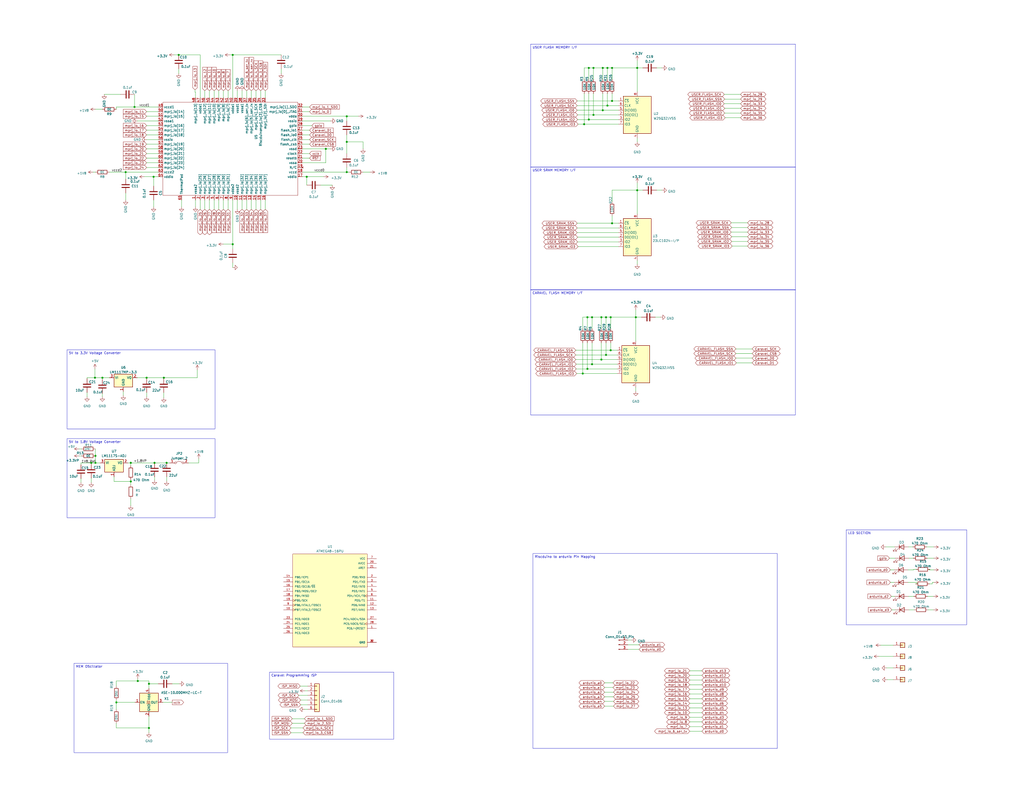
<source format=kicad_sch>
(kicad_sch (version 20230121) (generator eeschema)
  (paper "C")
  (title_block (date "2023-07-21") (rev "1.0.2"))
  (junction (at 347.726 37.084))
  (junction (at 81.28 373.38))
  (junction (at 71.374 262.89))
  (junction (at 334.01 55.118))
  (junction (at 328.93 37.084))
  (junction (at 321.31 37.084))
  (junction (at 323.088 173.228))
  (junction (at 189.23 93.98))
  (junction (at 323.85 37.084))
  (junction (at 331.47 57.658))
  (junction (at 84.328 252.73))
  (junction (at 68.58 93.98))
  (junction (at 323.85 62.738))
  (junction (at 75.184 371.856))
  (junction (at 320.548 201.422))
  (junction (at 189.23 77.47))
  (junction (at 334.01 121.92))
  (junction (at 330.708 193.802))
  (junction (at 73.406 58.42))
  (junction (at 331.47 37.084))
  (junction (at 127 133.35))
  (junction (at 323.088 198.882))
  (junction (at 97.536 29.972))
  (junction (at 71.374 252.73))
  (junction (at 318.77 67.818))
  (junction (at 333.248 173.228))
  (junction (at 63.5 383.54))
  (junction (at 189.23 63.5))
  (junction (at 52.07 252.73))
  (junction (at 333.248 191.262))
  (junction (at 89.408 206.248))
  (junction (at 83.82 96.52))
  (junction (at 177.8 81.28))
  (junction (at 318.008 203.962))
  (junction (at 328.93 60.198))
  (junction (at 328.168 196.342))
  (junction (at 330.708 173.228))
  (junction (at 49.784 252.73))
  (junction (at 90.932 252.73))
  (junction (at 167.386 96.52))
  (junction (at 334.01 37.084))
  (junction (at 328.168 173.228))
  (junction (at 81.28 397.51))
  (junction (at 347.726 103.886))
  (junction (at 127 29.972))
  (junction (at 51.816 206.248))
  (junction (at 52.07 248.92))
  (junction (at 321.31 65.278))
  (junction (at 80.01 206.248))
  (junction (at 346.964 173.228))
  (junction (at 320.548 173.228))
  (junction (at 55.88 206.248))
  (wire (pts (xy 334.01 55.118) (xy 337.566 55.118)))
  (wire (pts (xy 44.196 261.366) (xy 44.196 263.398)))
  (wire (pts (xy 106.426 50.292) (xy 106.426 49.022)))
  (wire (pts (xy 376.428 381.508) (xy 383.032 381.508)))
  (wire (pts (xy 47.498 206.248) (xy 51.816 206.248)))
  (wire (pts (xy 330.708 173.228) (xy 333.248 173.228)))
  (wire (pts (xy 144.78 49.53) (xy 144.78 53.34)))
  (wire (pts (xy 500.38 318.008) (xy 495.554 318.008)))
  (wire (pts (xy 80.01 76.2) (xy 86.36 76.2)))
  (wire (pts (xy 376.428 386.588) (xy 383.032 386.588)))
  (wire (pts (xy 97.536 29.972) (xy 94.996 29.972)))
  (wire (pts (xy 44.196 252.73) (xy 49.784 252.73)))
  (wire (pts (xy 71.374 252.73) (xy 71.374 254.254)))
  (wire (pts (xy 89.408 214.376) (xy 89.408 217.17)))
  (wire (pts (xy 328.93 37.084) (xy 331.47 37.084)))
  (wire (pts (xy 508.762 318.77) (xy 508.762 318.008)))
  (wire (pts (xy 81.28 391.16) (xy 81.28 397.51)))
  (wire (pts (xy 74.93 66.04) (xy 86.36 66.04)))
  (wire (pts (xy 330.708 193.802) (xy 336.804 193.802)))
  (wire (pts (xy 109.22 53.34) (xy 109.22 29.972)))
  (wire (pts (xy 97.536 40.132) (xy 97.536 37.592)))
  (wire (pts (xy 498.602 310.896) (xy 498.602 311.15)))
  (wire (pts (xy 81.28 397.51) (xy 81.28 400.05)))
  (wire (pts (xy 331.47 57.658) (xy 337.566 57.658)))
  (wire (pts (xy 114.3 109.22) (xy 114.3 114.3)))
  (wire (pts (xy 496.062 332.994) (xy 498.856 332.994)))
  (wire (pts (xy 80.01 71.12) (xy 86.36 71.12)))
  (wire (pts (xy 500.38 318.77) (xy 500.38 318.008)))
  (wire (pts (xy 116.84 109.22) (xy 116.84 114.3)))
  (wire (pts (xy 198.12 81.28) (xy 198.12 77.47)))
  (wire (pts (xy 165.1 58.42) (xy 168.91 58.42)))
  (wire (pts (xy 83.82 109.22) (xy 83.82 113.03)))
  (wire (pts (xy 347.726 103.886) (xy 350.774 103.886)))
  (wire (pts (xy 314.452 198.882) (xy 323.088 198.882)))
  (wire (pts (xy 333.248 187.198) (xy 333.248 191.262)))
  (wire (pts (xy 401.828 198.12) (xy 410.464 198.12)))
  (wire (pts (xy 63.5 397.51) (xy 63.5 394.97)))
  (wire (pts (xy 507.492 310.896) (xy 506.984 310.896)))
  (wire (pts (xy 321.31 43.434) (xy 321.31 37.084)))
  (wire (pts (xy 395.478 61.722) (xy 404.114 61.722)))
  (wire (pts (xy 63.5 59.69) (xy 63.5 58.42)))
  (wire (pts (xy 81.28 397.51) (xy 63.5 397.51)))
  (wire (pts (xy 51.816 206.248) (xy 55.88 206.248)))
  (wire (pts (xy 376.428 373.888) (xy 383.032 373.888)))
  (wire (pts (xy 376.428 399.288) (xy 383.032 399.288)))
  (wire (pts (xy 320.548 201.422) (xy 336.804 201.422)))
  (wire (pts (xy 129.54 109.22) (xy 129.54 114.3)))
  (wire (pts (xy 342.646 349.504) (xy 344.424 349.504)))
  (wire (pts (xy 47.498 214.376) (xy 47.498 216.662)))
  (wire (pts (xy 68.58 93.98) (xy 68.58 97.79)))
  (wire (pts (xy 62.23 262.89) (xy 71.374 262.89)))
  (wire (pts (xy 97.79 373.38) (xy 93.98 373.38)))
  (wire (pts (xy 165.1 88.9) (xy 177.8 88.9)))
  (wire (pts (xy 399.034 121.666) (xy 407.924 121.666)))
  (wire (pts (xy 80.01 63.5) (xy 86.36 63.5)))
  (wire (pts (xy 483.87 364.744) (xy 487.426 364.744)))
  (wire (pts (xy 89.408 206.248) (xy 107.696 206.248)))
  (wire (pts (xy 399.288 129.286) (xy 407.924 129.286)))
  (wire (pts (xy 43.18 245.11) (xy 44.45 245.11)))
  (wire (pts (xy 399.288 124.206) (xy 407.924 124.206)))
  (wire (pts (xy 158.75 397.51) (xy 165.354 397.51)))
  (wire (pts (xy 165.1 76.2) (xy 168.91 76.2)))
  (wire (pts (xy 395.224 56.642) (xy 404.114 56.642)))
  (wire (pts (xy 315.214 62.738) (xy 323.85 62.738)))
  (wire (pts (xy 395.478 59.182) (xy 404.114 59.182)))
  (wire (pts (xy 99.06 109.22) (xy 99.06 113.03)))
  (wire (pts (xy 480.568 352.298) (xy 487.426 352.298)))
  (wire (pts (xy 84.328 252.73) (xy 90.932 252.73)))
  (wire (pts (xy 347.726 75.438) (xy 347.726 77.47)))
  (wire (pts (xy 51.816 201.422) (xy 51.816 206.248)))
  (wire (pts (xy 315.214 132.08) (xy 337.566 132.08)))
  (wire (pts (xy 80.01 206.248) (xy 89.408 206.248)))
  (wire (pts (xy 323.088 187.198) (xy 323.088 198.882)))
  (wire (pts (xy 106.68 50.292) (xy 106.68 53.34)))
  (wire (pts (xy 328.168 179.578) (xy 328.168 173.228)))
  (wire (pts (xy 334.01 103.886) (xy 334.01 110.236)))
  (wire (pts (xy 486.41 325.628) (xy 488.188 325.628)))
  (wire (pts (xy 49.784 252.73) (xy 52.07 252.73)))
  (wire (pts (xy 165.1 83.82) (xy 168.91 83.82)))
  (wire (pts (xy 71.374 261.874) (xy 71.374 262.89)))
  (wire (pts (xy 181.356 101.092) (xy 175.006 101.092)))
  (wire (pts (xy 346.964 169.164) (xy 346.964 173.228)))
  (wire (pts (xy 323.85 37.084) (xy 323.85 43.434)))
  (wire (pts (xy 127 29.972) (xy 153.416 29.972)))
  (wire (pts (xy 129.54 49.53) (xy 129.54 53.34)))
  (wire (pts (xy 189.23 77.47) (xy 189.23 83.82)))
  (wire (pts (xy 165.1 63.5) (xy 189.23 63.5)))
  (wire (pts (xy 318.008 203.962) (xy 336.804 203.962)))
  (wire (pts (xy 314.96 57.658) (xy 331.47 57.658)))
  (wire (pts (xy 67.31 213.868) (xy 67.31 215.9)))
  (wire (pts (xy 167.386 96.52) (xy 165.1 96.52)))
  (wire (pts (xy 318.008 187.198) (xy 318.008 203.962)))
  (wire (pts (xy 314.198 193.802) (xy 330.708 193.802)))
  (wire (pts (xy 127 143.51) (xy 127 146.05)))
  (wire (pts (xy 139.7 49.53) (xy 139.7 53.34)))
  (wire (pts (xy 59.69 93.98) (xy 68.58 93.98)))
  (wire (pts (xy 486.664 332.994) (xy 488.442 332.994)))
  (wire (pts (xy 395.732 64.262) (xy 404.114 64.262)))
  (wire (pts (xy 318.77 37.084) (xy 321.31 37.084)))
  (wire (pts (xy 329.946 377.952) (xy 334.772 377.952)))
  (wire (pts (xy 328.168 173.228) (xy 330.708 173.228)))
  (wire (pts (xy 500.38 318.77) (xy 499.618 318.77)))
  (wire (pts (xy 342.646 352.044) (xy 348.742 352.044)))
  (wire (pts (xy 81.28 371.856) (xy 81.28 373.38)))
  (wire (pts (xy 507.238 318.77) (xy 508.762 318.77)))
  (wire (pts (xy 401.574 190.5) (xy 410.464 190.5)))
  (wire (pts (xy 506.476 332.994) (xy 509.27 332.994)))
  (wire (pts (xy 328.168 196.342) (xy 336.804 196.342)))
  (wire (pts (xy 164.084 384.81) (xy 167.894 384.81)))
  (wire (pts (xy 189.23 73.66) (xy 189.23 77.47)))
  (wire (pts (xy 132.08 49.53) (xy 132.08 53.34)))
  (wire (pts (xy 167.386 96.52) (xy 167.386 101.092)))
  (wire (pts (xy 55.88 206.248) (xy 59.69 206.248)))
  (wire (pts (xy 198.12 77.47) (xy 189.23 77.47)))
  (wire (pts (xy 318.008 173.228) (xy 318.008 179.578)))
  (wire (pts (xy 63.5 383.54) (xy 73.66 383.54)))
  (wire (pts (xy 498.602 310.896) (xy 499.872 310.896)))
  (wire (pts (xy 314.96 121.92) (xy 334.01 121.92)))
  (wire (pts (xy 376.428 396.748) (xy 383.032 396.748)))
  (wire (pts (xy 323.85 62.738) (xy 337.566 62.738)))
  (wire (pts (xy 134.62 109.22) (xy 134.62 114.3)))
  (wire (pts (xy 320.548 173.228) (xy 323.088 173.228)))
  (wire (pts (xy 328.93 60.198) (xy 337.566 60.198)))
  (wire (pts (xy 331.47 37.084) (xy 334.01 37.084)))
  (wire (pts (xy 80.01 88.9) (xy 86.36 88.9)))
  (wire (pts (xy 109.22 109.22) (xy 109.22 114.3)))
  (wire (pts (xy 331.47 51.054) (xy 331.47 57.658)))
  (wire (pts (xy 314.198 191.262) (xy 333.248 191.262)))
  (wire (pts (xy 164.084 382.27) (xy 167.894 382.27)))
  (wire (pts (xy 62.23 260.35) (xy 62.23 262.89)))
  (wire (pts (xy 329.946 372.872) (xy 334.518 372.872)))
  (wire (pts (xy 52.07 59.69) (xy 55.88 59.69)))
  (wire (pts (xy 84.328 260.35) (xy 84.328 262.128)))
  (wire (pts (xy 318.008 173.228) (xy 320.548 173.228)))
  (wire (pts (xy 357.632 173.228) (xy 360.426 173.228)))
  (wire (pts (xy 329.946 383.032) (xy 334.772 383.032)))
  (wire (pts (xy 127 133.35) (xy 127 135.89)))
  (wire (pts (xy 80.01 78.74) (xy 86.36 78.74)))
  (wire (pts (xy 506.984 310.896) (xy 506.984 311.15)))
  (wire (pts (xy 334.01 103.886) (xy 347.726 103.886)))
  (wire (pts (xy 484.124 371.094) (xy 487.426 371.094)))
  (wire (pts (xy 395.224 51.562) (xy 404.114 51.562)))
  (wire (pts (xy 329.946 380.492) (xy 334.772 380.492)))
  (wire (pts (xy 508.762 318.008) (xy 509.524 318.008)))
  (wire (pts (xy 189.23 93.98) (xy 190.5 93.98)))
  (wire (pts (xy 315.468 134.62) (xy 337.566 134.62)))
  (wire (pts (xy 74.93 206.248) (xy 80.01 206.248)))
  (wire (pts (xy 159.512 394.97) (xy 166.116 394.97)))
  (wire (pts (xy 320.548 179.578) (xy 320.548 173.228)))
  (wire (pts (xy 328.93 51.054) (xy 328.93 60.198)))
  (wire (pts (xy 165.1 93.98) (xy 189.23 93.98)))
  (wire (pts (xy 68.58 93.98) (xy 86.36 93.98)))
  (wire (pts (xy 163.068 379.73) (xy 167.894 379.73)))
  (wire (pts (xy 116.84 49.53) (xy 116.84 53.34)))
  (wire (pts (xy 358.394 37.084) (xy 361.188 37.084)))
  (wire (pts (xy 159.512 392.43) (xy 166.116 392.43)))
  (wire (pts (xy 323.088 198.882) (xy 336.804 198.882)))
  (wire (pts (xy 124.46 49.53) (xy 124.46 53.34)))
  (wire (pts (xy 346.964 211.582) (xy 346.964 213.614)))
  (wire (pts (xy 114.3 49.53) (xy 114.3 53.34)))
  (wire (pts (xy 347.726 142.24) (xy 347.726 144.272)))
  (wire (pts (xy 315.214 65.278) (xy 321.31 65.278)))
  (wire (pts (xy 333.248 173.228) (xy 346.964 173.228)))
  (wire (pts (xy 106.68 109.22) (xy 106.68 113.03)))
  (wire (pts (xy 506.984 311.15) (xy 509.524 311.15)))
  (wire (pts (xy 81.28 373.38) (xy 81.28 375.92)))
  (wire (pts (xy 323.85 37.084) (xy 328.93 37.084)))
  (wire (pts (xy 347.726 33.02) (xy 347.726 37.084)))
  (wire (pts (xy 333.248 173.228) (xy 333.248 179.578)))
  (wire (pts (xy 334.01 117.856) (xy 334.01 121.92)))
  (wire (pts (xy 139.7 109.22) (xy 139.7 114.3)))
  (wire (pts (xy 166.37 377.19) (xy 167.894 377.19)))
  (wire (pts (xy 165.1 71.12) (xy 168.91 71.12)))
  (wire (pts (xy 315.214 129.54) (xy 337.566 129.54)))
  (wire (pts (xy 56.896 51.562) (xy 65.786 51.562)))
  (wire (pts (xy 73.406 58.42) (xy 86.36 58.42)))
  (wire (pts (xy 376.428 394.208) (xy 383.032 394.208)))
  (wire (pts (xy 485.902 311.15) (xy 487.934 311.15)))
  (wire (pts (xy 166.116 387.35) (xy 167.894 387.35)))
  (wire (pts (xy 111.76 49.53) (xy 111.76 53.34)))
  (wire (pts (xy 323.088 173.228) (xy 323.088 179.578)))
  (wire (pts (xy 314.198 196.342) (xy 328.168 196.342)))
  (wire (pts (xy 44.196 252.73) (xy 44.196 253.746)))
  (wire (pts (xy 165.1 68.58) (xy 170.18 68.58)))
  (wire (pts (xy 80.01 91.44) (xy 86.36 91.44)))
  (wire (pts (xy 165.1 86.36) (xy 168.91 86.36)))
  (wire (pts (xy 318.77 37.084) (xy 318.77 43.434)))
  (wire (pts (xy 90.932 252.73) (xy 92.71 252.73)))
  (wire (pts (xy 80.01 214.376) (xy 80.01 216.662)))
  (wire (pts (xy 376.428 384.048) (xy 383.032 384.048)))
  (wire (pts (xy 399.542 134.366) (xy 407.924 134.366)))
  (wire (pts (xy 321.31 37.084) (xy 323.85 37.084)))
  (wire (pts (xy 320.548 187.198) (xy 320.548 201.422)))
  (wire (pts (xy 496.062 304.8) (xy 498.348 304.8)))
  (wire (pts (xy 376.428 389.128) (xy 383.032 389.128)))
  (wire (pts (xy 55.88 214.884) (xy 55.88 216.662)))
  (wire (pts (xy 63.5 371.856) (xy 75.184 371.856)))
  (wire (pts (xy 376.428 376.428) (xy 383.032 376.428)))
  (wire (pts (xy 342.646 354.584) (xy 348.742 354.584)))
  (wire (pts (xy 399.034 126.746) (xy 407.924 126.746)))
  (wire (pts (xy 347.726 99.822) (xy 347.726 103.886)))
  (wire (pts (xy 165.1 66.04) (xy 180.34 66.04)))
  (wire (pts (xy 495.808 325.628) (xy 498.602 325.628)))
  (wire (pts (xy 347.726 37.084) (xy 350.774 37.084)))
  (wire (pts (xy 318.77 67.818) (xy 337.566 67.818)))
  (wire (pts (xy 498.602 311.15) (xy 495.554 311.15)))
  (wire (pts (xy 107.696 201.93) (xy 107.696 206.248)))
  (wire (pts (xy 479.552 358.394) (xy 487.426 358.394)))
  (wire (pts (xy 163.83 374.65) (xy 167.894 374.65)))
  (wire (pts (xy 108.458 250.444) (xy 108.458 252.73)))
  (wire (pts (xy 142.24 49.53) (xy 142.24 53.34)))
  (wire (pts (xy 137.16 109.22) (xy 137.16 114.3)))
  (wire (pts (xy 80.01 86.36) (xy 86.36 86.36)))
  (wire (pts (xy 52.07 252.73) (xy 54.61 252.73)))
  (wire (pts (xy 119.38 109.22) (xy 119.38 114.3)))
  (wire (pts (xy 106.68 50.292) (xy 106.426 50.292)))
  (wire (pts (xy 323.088 173.228) (xy 328.168 173.228)))
  (wire (pts (xy 328.93 43.434) (xy 328.93 37.084)))
  (wire (pts (xy 78.74 96.52) (xy 83.82 96.52)))
  (wire (pts (xy 125.476 29.972) (xy 127 29.972)))
  (wire (pts (xy 347.726 116.84) (xy 347.726 103.886)))
  (wire (pts (xy 158.75 400.05) (xy 165.354 400.05)))
  (wire (pts (xy 485.902 318.008) (xy 487.934 318.008)))
  (wire (pts (xy 127 109.22) (xy 127 133.35)))
  (wire (pts (xy 321.31 65.278) (xy 337.566 65.278)))
  (wire (pts (xy 314.96 60.198) (xy 328.93 60.198)))
  (wire (pts (xy 142.24 109.22) (xy 142.24 114.3)))
  (wire (pts (xy 485.394 304.8) (xy 488.442 304.8)))
  (wire (pts (xy 323.85 51.054) (xy 323.85 62.738)))
  (wire (pts (xy 80.01 73.66) (xy 86.36 73.66)))
  (wire (pts (xy 69.85 252.73) (xy 71.374 252.73)))
  (wire (pts (xy 52.07 248.92) (xy 52.07 252.73)))
  (wire (pts (xy 189.23 63.5) (xy 195.58 63.5)))
  (wire (pts (xy 121.92 49.53) (xy 121.92 53.34)))
  (wire (pts (xy 334.01 51.054) (xy 334.01 55.118)))
  (wire (pts (xy 505.714 298.704) (xy 509.524 298.704)))
  (wire (pts (xy 177.8 88.9) (xy 177.8 81.28)))
  (wire (pts (xy 80.01 206.248) (xy 80.01 206.756)))
  (wire (pts (xy 83.82 96.52) (xy 86.36 96.52)))
  (wire (pts (xy 328.168 187.198) (xy 328.168 196.342)))
  (wire (pts (xy 111.76 109.22) (xy 111.76 114.3)))
  (wire (pts (xy 90.932 260.35) (xy 90.932 262.636)))
  (wire (pts (xy 71.374 262.89) (xy 71.374 264.668)))
  (wire (pts (xy 331.47 37.084) (xy 331.47 43.434)))
  (wire (pts (xy 395.478 54.102) (xy 404.114 54.102)))
  (wire (pts (xy 376.428 378.968) (xy 383.032 378.968)))
  (wire (pts (xy 71.374 272.288) (xy 71.374 276.098)))
  (wire (pts (xy 376.428 371.348) (xy 383.032 371.348)))
  (wire (pts (xy 63.5 58.42) (xy 73.406 58.42)))
  (wire (pts (xy 483.362 298.704) (xy 488.188 298.704)))
  (wire (pts (xy 108.458 252.73) (xy 102.87 252.73)))
  (wire (pts (xy 75.184 370.586) (xy 75.184 371.856)))
  (wire (pts (xy 189.23 63.5) (xy 189.23 66.04)))
  (wire (pts (xy 347.726 50.038) (xy 347.726 37.084)))
  (wire (pts (xy 330.708 173.228) (xy 330.708 179.578)))
  (wire (pts (xy 505.968 304.8) (xy 509.524 304.8)))
  (wire (pts (xy 376.428 391.668) (xy 383.032 391.668)))
  (wire (pts (xy 80.01 81.28) (xy 86.36 81.28)))
  (wire (pts (xy 314.96 55.118) (xy 334.01 55.118)))
  (wire (pts (xy 89.408 206.248) (xy 89.408 206.756)))
  (wire (pts (xy 346.964 173.228) (xy 350.012 173.228)))
  (wire (pts (xy 134.62 49.53) (xy 134.62 53.34)))
  (wire (pts (xy 334.01 121.92) (xy 337.566 121.92)))
  (wire (pts (xy 401.574 193.04) (xy 410.464 193.04)))
  (wire (pts (xy 88.9 383.54) (xy 93.98 383.54)))
  (wire (pts (xy 314.96 124.46) (xy 337.566 124.46)))
  (wire (pts (xy 376.428 366.268) (xy 383.032 366.268)))
  (wire (pts (xy 47.498 206.756) (xy 47.498 206.248)))
  (wire (pts (xy 81.28 373.38) (xy 86.36 373.38)))
  (wire (pts (xy 52.07 245.11) (xy 52.07 248.92)))
  (wire (pts (xy 333.248 191.262) (xy 336.804 191.262)))
  (wire (pts (xy 50.8 93.98) (xy 52.07 93.98)))
  (wire (pts (xy 132.08 109.22) (xy 132.08 114.3)))
  (wire (pts (xy 330.708 187.198) (xy 330.708 193.802)))
  (wire (pts (xy 127 133.35) (xy 121.92 133.35)))
  (wire (pts (xy 63.5 383.54) (xy 63.5 387.35)))
  (wire (pts (xy 321.31 51.054) (xy 321.31 65.278)))
  (wire (pts (xy 376.428 368.808) (xy 383.032 368.808)))
  (wire (pts (xy 137.16 49.53) (xy 137.16 53.34)))
  (wire (pts (xy 144.78 109.22) (xy 144.78 114.3)))
  (wire (pts (xy 80.01 83.82) (xy 86.36 83.82)))
  (wire (pts (xy 124.46 109.22) (xy 124.46 114.3)))
  (wire (pts (xy 314.452 201.422) (xy 320.548 201.422)))
  (wire (pts (xy 75.184 371.856) (xy 81.28 371.856)))
  (wire (pts (xy 399.288 131.826) (xy 407.924 131.826)))
  (wire (pts (xy 165.1 78.74) (xy 168.91 78.74)))
  (wire (pts (xy 198.12 93.98) (xy 201.93 93.98)))
  (wire (pts (xy 334.01 37.084) (xy 334.01 43.434)))
  (wire (pts (xy 153.416 40.132) (xy 153.416 37.592)))
  (wire (pts (xy 127 29.972) (xy 127 53.34)))
  (wire (pts (xy 63.5 371.856) (xy 63.5 374.65)))
  (wire (pts (xy 165.1 60.96) (xy 168.91 60.96)))
  (wire (pts (xy 165.1 73.66) (xy 168.91 73.66)))
  (wire (pts (xy 318.77 51.054) (xy 318.77 67.818)))
  (wire (pts (xy 73.406 51.562) (xy 73.406 58.42)))
  (wire (pts (xy 83.82 96.52) (xy 83.82 101.6)))
  (wire (pts (xy 315.468 67.818) (xy 318.77 67.818)))
  (wire (pts (xy 329.946 385.572) (xy 334.772 385.572)))
  (wire (pts (xy 334.01 37.084) (xy 347.726 37.084)))
  (wire (pts (xy 167.386 96.52) (xy 176.53 96.52)))
  (wire (pts (xy 63.5 382.27) (xy 63.5 383.54)))
  (wire (pts (xy 314.706 203.962) (xy 318.008 203.962)))
  (wire (pts (xy 329.946 375.412) (xy 334.518 375.412)))
  (wire (pts (xy 314.96 127) (xy 337.566 127)))
  (wire (pts (xy 495.808 298.704) (xy 498.094 298.704)))
  (wire (pts (xy 49.784 261.112) (xy 49.784 263.398)))
  (wire (pts (xy 43.18 248.92) (xy 44.45 248.92)))
  (wire (pts (xy 346.964 186.182) (xy 346.964 173.228)))
  (wire (pts (xy 506.222 325.628) (xy 509.27 325.628)))
  (wire (pts (xy 401.574 195.58) (xy 410.464 195.58)))
  (wire (pts (xy 119.38 49.53) (xy 119.38 53.34)))
  (wire (pts (xy 71.374 252.73) (xy 84.328 252.73)))
  (wire (pts (xy 109.22 29.972) (xy 97.536 29.972)))
  (wire (pts (xy 49.784 253.492) (xy 49.784 252.73)))
  (wire (pts (xy 80.01 68.58) (xy 86.36 68.58)))
  (wire (pts (xy 189.23 91.44) (xy 189.23 93.98)))
  (wire (pts (xy 68.58 105.41) (xy 68.58 109.22)))
  (wire (pts (xy 80.01 60.96) (xy 86.36 60.96)))
  (wire (pts (xy 121.92 109.22) (xy 121.92 114.3)))
  (wire (pts (xy 165.1 81.28) (xy 177.8 81.28)))
  (wire (pts (xy 177.8 81.28) (xy 180.34 81.28)))
  (wire (pts (xy 55.88 207.264) (xy 55.88 206.248)))
  (wire (pts (xy 358.394 103.886) (xy 361.188 103.886)))
  (text_box "MEM OScillator" (at 40.386 362.204 0) (size 83.82 48.768) (effects (font (size 1.27 1.27)) (justify left top)))
  (text_box "5V to 3.3V Voltage Converter" (at 36.576 191.008 0) (size 80.772 43.18) (effects (font (size 1.27 1.27)) (justify left top)))
  (text_box "LED SECTION" (at 461.772 289.306 0) (size 65.786 51.816) (effects (font (size 1.27 1.27)) (justify left top)))
  (text_box "Riscduino to ardunio Pin Mapping" (at 290.83 302.26 0) (size 133.35 106.426) (effects (font (size 1.27 1.27)) (justify left top)))
  (text_box "USER SRAM MEMORY I/F" (at 289.56 91.186 0) (size 144.526 67.056) (effects (font (size 1.27 1.27)) (justify left top)))
  (text_box "Caravel Programming ISP" (at 147.066 367.03 0) (size 67.818 36.576) (effects (font (size 1.27 1.27)) (justify left top)))
  (text_box "USER FLASH MEMORY I/F" (at 289.56 24.13 0) (size 144.526 67.056) (effects (font (size 1.27 1.27)) (justify left top)))
  (text_box "5V to 1.8V Voltage Converter" (at 36.576 239.522 0) (size 80.772 43.18) (effects (font (size 1.27 1.27)) (justify left top)))
  (text_box "CARAVEL FLASH MEMORY I/F" (at 289.56 158.242 0) (size 144.526 68.326) (effects (font (size 1.27 1.27)) (justify left top)))
  (label "vccd0" (at 171.45 93.98 0))
  (label "1V8_Ref" (at 44.45 252.984 0))
  (label "vccd1" (at 75.946 58.42 0))
  (label "+1.8VP" (at 72.898 252.73 0))
  (label "vccd2" (at 60.96 93.98 0))
  (global_label "USER_FLASH_SCK" (shape bidirectional) (at 395.224 51.562 180) (property "Intersheetrefs" "${INTERSHEET_REFS}" (effects hide)))
  (global_label "ardunio_d1" (shape input) (at 485.902 318.008 180) (property "Intersheetrefs" "${INTERSHEET_REFS}" (effects hide)))
  (global_label "mprj_io_12" (shape input) (at 111.76 49.53 90) (property "Intersheetrefs" "${INTERSHEET_REFS}" (effects hide)))
  (global_label "USER_FLASH_SSN" (shape bidirectional) (at 314.96 55.118 180) (property "Intersheetrefs" "${INTERSHEET_REFS}" (effects hide)))
  (global_label "mprj_io_25" (shape bidirectional) (at 109.22 114.3 270) (property "Intersheetrefs" "${INTERSHEET_REFS}" (effects hide)))
  (global_label "ardunio_d6" (shape bidirectional) (at 383.032 384.048 0) (property "Intersheetrefs" "${INTERSHEET_REFS}" (effects hide)))
  (global_label "mprj_io_24" (shape bidirectional) (at 334.772 377.952 0) (property "Intersheetrefs" "${INTERSHEET_REFS}" (effects hide)))
  (global_label "ardunio_d1" (shape bidirectional) (at 383.032 396.748 0) (property "Intersheetrefs" "${INTERSHEET_REFS}" (effects hide)))
  (global_label "mprj_io_28" (shape input) (at 116.84 114.3 270) (property "Intersheetrefs" "${INTERSHEET_REFS}" (effects hide)))
  (global_label "mprj_io_31" (shape input) (at 124.46 114.3 270) (property "Intersheetrefs" "${INTERSHEET_REFS}" (effects hide)))
  (global_label "mprj_io_15" (shape input) (at 80.01 63.5 180) (property "Intersheetrefs" "${INTERSHEET_REFS}" (effects hide)))
  (global_label "mprj_io_16" (shape bidirectional) (at 376.428 378.968 180) (property "Intersheetrefs" "${INTERSHEET_REFS}" (effects hide)))
  (global_label "ardunio_a1" (shape bidirectional) (at 329.946 375.412 180) (property "Intersheetrefs" "${INTERSHEET_REFS}" (effects hide)))
  (global_label "ardunio_d1" (shape bidirectional) (at 348.742 352.044 0) (property "Intersheetrefs" "${INTERSHEET_REFS}" (effects hide)))
  (global_label "mprj_io_22" (shape bidirectional) (at 334.518 372.872 0) (property "Intersheetrefs" "${INTERSHEET_REFS}" (effects hide)))
  (global_label "USER_FLASH_SSN" (shape bidirectional) (at 395.478 54.102 180) (property "Intersheetrefs" "${INTERSHEET_REFS}" (effects hide)))
  (global_label "ardunio_a3" (shape bidirectional) (at 329.946 380.492 180) (property "Intersheetrefs" "${INTERSHEET_REFS}" (effects hide)))
  (global_label "mprj_io_6_ser_tx" (shape bidirectional) (at 376.428 399.288 180) (property "Intersheetrefs" "${INTERSHEET_REFS}" (effects hide)))
  (global_label "mprj_io_7" (shape bidirectional) (at 376.428 396.748 180) (property "Intersheetrefs" "${INTERSHEET_REFS}" (effects hide)))
  (global_label "mprj_io_28" (shape bidirectional) (at 404.114 51.562 0) (property "Intersheetrefs" "${INTERSHEET_REFS}" (effects hide)))
  (global_label "mprj_io_7" (shape input) (at 124.46 49.53 90) (property "Intersheetrefs" "${INTERSHEET_REFS}" (effects hide)))
  (global_label "mprj_io_8" (shape bidirectional) (at 376.428 394.208 180) (property "Intersheetrefs" "${INTERSHEET_REFS}" (effects hide)))
  (global_label "mprj_io_25" (shape bidirectional) (at 334.772 380.492 0) (property "Intersheetrefs" "${INTERSHEET_REFS}" (effects hide)))
  (global_label "ardunio_d0" (shape bidirectional) (at 348.742 354.584 0) (property "Intersheetrefs" "${INTERSHEET_REFS}" (effects hide)))
  (global_label "mprj_io_11" (shape input) (at 114.3 49.53 90) (property "Intersheetrefs" "${INTERSHEET_REFS}" (effects hide)))
  (global_label "ardunio_d11" (shape bidirectional) (at 383.032 371.348 0) (property "Intersheetrefs" "${INTERSHEET_REFS}" (effects hide)))
  (global_label "mprj_io_13" (shape input) (at 106.426 49.022 90) (property "Intersheetrefs" "${INTERSHEET_REFS}" (effects hide)))
  (global_label "ardunio_a5" (shape bidirectional) (at 329.946 385.572 180) (property "Intersheetrefs" "${INTERSHEET_REFS}" (effects hide)))
  (global_label "USER_FLASH_IO2" (shape bidirectional) (at 395.478 61.722 180) (property "Intersheetrefs" "${INTERSHEET_REFS}" (effects hide)))
  (global_label "Caravel_CSB" (shape bidirectional) (at 410.464 193.04 0) (property "Intersheetrefs" "${INTERSHEET_REFS}" (effects hide)))
  (global_label "mprj_io_34" (shape input) (at 137.16 114.3 270) (property "Intersheetrefs" "${INTERSHEET_REFS}" (effects hide)))
  (global_label "Caravel_SCK" (shape bidirectional) (at 410.464 190.5 0) (property "Intersheetrefs" "${INTERSHEET_REFS}" (effects hide)))
  (global_label "mprj_io_2_SDI" (shape input) (at 166.116 394.97 0) (property "Intersheetrefs" "${INTERSHEET_REFS}" (effects hide)))
  (global_label "USER_SRAM_SSN" (shape bidirectional) (at 399.288 124.206 180) (property "Intersheetrefs" "${INTERSHEET_REFS}" (effects hide)))
  (global_label "ISP_SCK" (shape input) (at 158.75 397.51 180) (property "Intersheetrefs" "${INTERSHEET_REFS}" (effects hide)))
  (global_label "mprj_io_6_ser_tx" (shape input) (at 134.62 49.53 90) (property "Intersheetrefs" "${INTERSHEET_REFS}" (effects hide)))
  (global_label "CARAVEL_FLASH_IO1" (shape bidirectional) (at 401.828 198.12 180) (property "Intersheetrefs" "${INTERSHEET_REFS}" (effects hide)))
  (global_label "Caravel_SCK" (shape input) (at 168.91 76.2 0) (property "Intersheetrefs" "${INTERSHEET_REFS}" (effects hide)))
  (global_label "mprj_io_29" (shape bidirectional) (at 404.114 54.102 0) (property "Intersheetrefs" "${INTERSHEET_REFS}" (effects hide)))
  (global_label "mprj_io_35" (shape bidirectional) (at 404.114 61.722 0) (property "Intersheetrefs" "${INTERSHEET_REFS}" (effects hide)))
  (global_label "USER_FLASH_IO1" (shape bidirectional) (at 395.478 59.182 180) (property "Intersheetrefs" "${INTERSHEET_REFS}" (effects hide)))
  (global_label "USER_SRAM_IO0" (shape bidirectional) (at 399.034 126.746 180) (property "Intersheetrefs" "${INTERSHEET_REFS}" (effects hide)))
  (global_label "USER_SRAM_IO1" (shape bidirectional) (at 315.214 129.54 180) (property "Intersheetrefs" "${INTERSHEET_REFS}" (effects hide)))
  (global_label "CARAVEL_FLASH_IO2" (shape bidirectional) (at 314.452 201.422 180) (property "Intersheetrefs" "${INTERSHEET_REFS}" (effects hide)))
  (global_label "ardunio_d9" (shape bidirectional) (at 383.032 376.428 0) (property "Intersheetrefs" "${INTERSHEET_REFS}" (effects hide)))
  (global_label "CARAVEL_FLASH_SCK" (shape bidirectional) (at 401.574 193.04 180) (property "Intersheetrefs" "${INTERSHEET_REFS}" (effects hide)))
  (global_label "gpio" (shape input) (at 170.18 68.58 0) (property "Intersheetrefs" "${INTERSHEET_REFS}" (effects hide)))
  (global_label "mprj_io_17" (shape bidirectional) (at 376.428 376.428 180) (property "Intersheetrefs" "${INTERSHEET_REFS}" (effects hide)))
  (global_label "mprj_io_26" (shape bidirectional) (at 334.772 383.032 0) (property "Intersheetrefs" "${INTERSHEET_REFS}" (effects hide)))
  (global_label "mprj_io_14" (shape bidirectional) (at 376.428 384.048 180) (property "Intersheetrefs" "${INTERSHEET_REFS}" (effects hide)))
  (global_label "mprj_io_21" (shape input) (at 80.01 83.82 180) (property "Intersheetrefs" "${INTERSHEET_REFS}" (effects hide)))
  (global_label "mprj_io_29" (shape input) (at 119.38 114.3 270) (property "Intersheetrefs" "${INTERSHEET_REFS}" (effects hide)))
  (global_label "USER_SRAM_SSN" (shape bidirectional) (at 314.96 121.92 180) (property "Intersheetrefs" "${INTERSHEET_REFS}" (effects hide)))
  (global_label "~{RST}" (shape input) (at 168.91 86.36 0) (property "Intersheetrefs" "${INTERSHEET_REFS}" (effects hide)))
  (global_label "ardunio_d7" (shape bidirectional) (at 383.032 381.508 0) (property "Intersheetrefs" "${INTERSHEET_REFS}" (effects hide)))
  (global_label "mprj_io_36" (shape bidirectional) (at 407.924 134.366 0) (property "Intersheetrefs" "${INTERSHEET_REFS}" (effects hide)))
  (global_label "mprj_io_4_SCK" (shape input) (at 165.354 397.51 0) (property "Intersheetrefs" "${INTERSHEET_REFS}" (effects hide)))
  (global_label "mprj_io_24" (shape input) (at 80.01 91.44 180) (property "Intersheetrefs" "${INTERSHEET_REFS}" (effects hide)))
  (global_label "ardunio_a4" (shape bidirectional) (at 329.946 383.032 180) (property "Intersheetrefs" "${INTERSHEET_REFS}" (effects hide)))
  (global_label "mprj_io_23" (shape input) (at 80.01 88.9 180) (property "Intersheetrefs" "${INTERSHEET_REFS}" (effects hide)))
  (global_label "mprj_io_5_ser_rx" (shape input) (at 137.16 49.53 90) (property "Intersheetrefs" "${INTERSHEET_REFS}" (effects hide)))
  (global_label "CARAVEL_FLASH_IO0" (shape bidirectional) (at 314.198 196.342 180) (property "Intersheetrefs" "${INTERSHEET_REFS}" (effects hide)))
  (global_label "mprj_io_36" (shape input) (at 142.24 114.3 270) (property "Intersheetrefs" "${INTERSHEET_REFS}" (effects hide)))
  (global_label "USER_SRAM_IO2" (shape bidirectional) (at 399.288 131.826 180) (property "Intersheetrefs" "${INTERSHEET_REFS}" (effects hide)))
  (global_label "ISP_SSN" (shape bidirectional) (at 164.084 384.81 180) (property "Intersheetrefs" "${INTERSHEET_REFS}" (effects hide)))
  (global_label "mprj_io_33" (shape bidirectional) (at 407.924 126.746 0) (property "Intersheetrefs" "${INTERSHEET_REFS}" (effects hide)))
  (global_label "mprj_io_26" (shape bidirectional) (at 111.76 114.3 270) (property "Intersheetrefs" "${INTERSHEET_REFS}" (effects hide)))
  (global_label "USER_FLASH_IO2" (shape bidirectional) (at 315.214 65.278 180) (property "Intersheetrefs" "${INTERSHEET_REFS}" (effects hide)))
  (global_label "mprj_io_27" (shape bidirectional) (at 114.3 114.3 270) (property "Intersheetrefs" "${INTERSHEET_REFS}" (effects hide)))
  (global_label "mprj_io_22" (shape input) (at 80.01 86.36 180) (property "Intersheetrefs" "${INTERSHEET_REFS}" (effects hide)))
  (global_label "ardunio_d10" (shape bidirectional) (at 383.032 373.888 0) (property "Intersheetrefs" "${INTERSHEET_REFS}" (effects hide)))
  (global_label "USER_FLASH_IO0" (shape bidirectional) (at 395.224 56.642 180) (property "Intersheetrefs" "${INTERSHEET_REFS}" (effects hide)))
  (global_label "ardunio_d3" (shape bidirectional) (at 383.032 391.668 0) (property "Intersheetrefs" "${INTERSHEET_REFS}" (effects hide)))
  (global_label "mprj_io_20" (shape bidirectional) (at 376.428 368.808 180) (property "Intersheetrefs" "${INTERSHEET_REFS}" (effects hide)))
  (global_label "mprj_io_33" (shape bidirectional) (at 404.114 56.642 0) (property "Intersheetrefs" "${INTERSHEET_REFS}" (effects hide)))
  (global_label "ISP_MISO" (shape bidirectional) (at 163.83 374.65 180) (property "Intersheetrefs" "${INTERSHEET_REFS}" (effects hide)))
  (global_label "mprj_io_0" (shape input) (at 168.91 60.96 0) (property "Intersheetrefs" "${INTERSHEET_REFS}" (effects hide)))
  (global_label "mprj_io_10" (shape bidirectional) (at 376.428 389.128 180) (property "Intersheetrefs" "${INTERSHEET_REFS}" (effects hide)))
  (global_label "mprj_io_36" (shape bidirectional) (at 404.114 64.262 0) (property "Intersheetrefs" "${INTERSHEET_REFS}" (effects hide)))
  (global_label "CARAVEL_FLASH_IO3" (shape bidirectional) (at 314.706 203.962 180) (property "Intersheetrefs" "${INTERSHEET_REFS}" (effects hide)))
  (global_label "mprj_io_1_SDO" (shape input) (at 168.91 58.42 0) (property "Intersheetrefs" "${INTERSHEET_REFS}" (effects hide)))
  (global_label "mprj_io_30" (shape input) (at 121.92 114.3 270) (property "Intersheetrefs" "${INTERSHEET_REFS}" (effects hide)))
  (global_label "mprj_io_37" (shape input) (at 144.78 114.3 270) (property "Intersheetrefs" "${INTERSHEET_REFS}" (effects hide)))
  (global_label "mprj_io_34" (shape bidirectional) (at 404.114 59.182 0) (property "Intersheetrefs" "${INTERSHEET_REFS}" (effects hide)))
  (global_label "mprj_io_19" (shape bidirectional) (at 376.428 371.348 180) (property "Intersheetrefs" "${INTERSHEET_REFS}" (effects hide)))
  (global_label "USER_SRAM_IO0" (shape bidirectional) (at 314.96 127 180) (property "Intersheetrefs" "${INTERSHEET_REFS}" (effects hide)))
  (global_label "mprj_io_16" (shape input) (at 80.01 68.58 180) (property "Intersheetrefs" "${INTERSHEET_REFS}" (effects hide)))
  (global_label "USER_SRAM_IO3" (shape bidirectional) (at 399.542 134.366 180) (property "Intersheetrefs" "${INTERSHEET_REFS}" (effects hide)))
  (global_label "USER_SRAM_IO1" (shape bidirectional) (at 399.288 129.286 180) (property "Intersheetrefs" "${INTERSHEET_REFS}" (effects hide)))
  (global_label "CARAVEL_FLASH_SSN" (shape bidirectional) (at 314.198 191.262 180) (property "Intersheetrefs" "${INTERSHEET_REFS}" (effects hide)))
  (global_label "ardunio_d2" (shape input) (at 486.41 325.628 180) (property "Intersheetrefs" "${INTERSHEET_REFS}" (effects hide)))
  (global_label "mprj_io_21" (shape bidirectional) (at 376.428 366.268 180) (property "Intersheetrefs" "${INTERSHEET_REFS}" (effects hide)))
  (global_label "mprj_io_28" (shape bidirectional) (at 407.924 121.666 0) (property "Intersheetrefs" "${INTERSHEET_REFS}" (effects hide)))
  (global_label "ardunio_a0" (shape bidirectional) (at 329.946 372.872 180) (property "Intersheetrefs" "${INTERSHEET_REFS}" (effects hide)))
  (global_label "mprj_io_13" (shape bidirectional) (at 376.428 386.588 180) (property "Intersheetrefs" "${INTERSHEET_REFS}" (effects hide)))
  (global_label "ISP_MISO" (shape input) (at 159.512 392.43 180) (property "Intersheetrefs" "${INTERSHEET_REFS}" (effects hide)))
  (global_label "gpio" (shape input) (at 485.394 304.8 180) (property "Intersheetrefs" "${INTERSHEET_REFS}" (effects hide)))
  (global_label "ardunio_d0" (shape input) (at 485.902 311.15 180) (property "Intersheetrefs" "${INTERSHEET_REFS}" (effects hide)))
  (global_label "mprj_io_34" (shape bidirectional) (at 407.924 129.286 0) (property "Intersheetrefs" "${INTERSHEET_REFS}" (effects hide)))
  (global_label "ardunio_d3" (shape input) (at 486.664 332.994 180) (property "Intersheetrefs" "${INTERSHEET_REFS}" (effects hide)))
  (global_label "ISP_SCK" (shape bidirectional) (at 163.068 379.73 180) (property "Intersheetrefs" "${INTERSHEET_REFS}" (effects hide)))
  (global_label "mprj_io_14" (shape input) (at 80.01 60.96 180) (property "Intersheetrefs" "${INTERSHEET_REFS}" (effects hide)))
  (global_label "mprj_io_31" (shape bidirectional) (at 407.924 124.206 0) (property "Intersheetrefs" "${INTERSHEET_REFS}" (effects hide)))
  (global_label "USER_FLASH_IO1" (shape bidirectional) (at 315.214 62.738 180) (property "Intersheetrefs" "${INTERSHEET_REFS}" (effects hide)))
  (global_label "Caravel_D0" (shape bidirectional) (at 410.464 195.58 0) (property "Intersheetrefs" "${INTERSHEET_REFS}" (effects hide)))
  (global_label "CARAVEL_FLASH_SSN" (shape bidirectional) (at 401.574 190.5 180) (property "Intersheetrefs" "${INTERSHEET_REFS}" (effects hide)))
  (global_label "USER_SRAM_IO3" (shape bidirectional) (at 315.468 134.62 180) (property "Intersheetrefs" "${INTERSHEET_REFS}" (effects hide)))
  (global_label "mprj_io_35" (shape bidirectional) (at 407.924 131.826 0) (property "Intersheetrefs" "${INTERSHEET_REFS}" (effects hide)))
  (global_label "ardunio_a2" (shape bidirectional) (at 329.946 377.952 180) (property "Intersheetrefs" "${INTERSHEET_REFS}" (effects hide)))
  (global_label "mprj_io_15" (shape bidirectional) (at 376.428 381.508 180) (property "Intersheetrefs" "${INTERSHEET_REFS}" (effects hide)))
  (global_label "USER_FLASH_IO3" (shape bidirectional) (at 395.732 64.262 180) (property "Intersheetrefs" "${INTERSHEET_REFS}" (effects hide)))
  (global_label "ISP_MOSI" (shape bidirectional) (at 164.084 382.27 180) (property "Intersheetrefs" "${INTERSHEET_REFS}" (effects hide)))
  (global_label "ISP_MOSI" (shape input) (at 159.512 394.97 180) (property "Intersheetrefs" "${INTERSHEET_REFS}" (effects hide)))
  (global_label "Caravel_CSB" (shape input) (at 168.91 78.74 0) (property "Intersheetrefs" "${INTERSHEET_REFS}" (effects hide)))
  (global_label "ardunio_d8" (shape bidirectional) (at 383.032 378.968 0) (property "Intersheetrefs" "${INTERSHEET_REFS}" (effects hide)))
  (global_label "USER_FLASH_IO0" (shape bidirectional) (at 314.96 60.198 180) (property "Intersheetrefs" "${INTERSHEET_REFS}" (effects hide)))
  (global_label "ISP_SSN" (shape input) (at 158.75 400.05 180) (property "Intersheetrefs" "${INTERSHEET_REFS}" (effects hide)))
  (global_label "mprj_io_33" (shape input) (at 134.62 114.3 270) (property "Intersheetrefs" "${INTERSHEET_REFS}" (effects hide)))
  (global_label "ardunio_d4" (shape bidirectional) (at 383.032 389.128 0) (property "Intersheetrefs" "${INTERSHEET_REFS}" (effects hide)))
  (global_label "Caravel_D0" (shape input) (at 168.91 73.66 0) (property "Intersheetrefs" "${INTERSHEET_REFS}" (effects hide)))
  (global_label "mprj_io_32" (shape input) (at 132.08 114.3 270) (property "Intersheetrefs" "${INTERSHEET_REFS}" (effects hide)))
  (global_label "USER_FLASH_SCK" (shape bidirectional) (at 314.96 57.658 180) (property "Intersheetrefs" "${INTERSHEET_REFS}" (effects hide)))
  (global_label "mprj_io_27" (shape bidirectional) (at 334.772 385.572 0) (property "Intersheetrefs" "${INTERSHEET_REFS}" (effects hide)))
  (global_label "mprj_io_3_CSB" (shape input) (at 165.354 400.05 0) (property "Intersheetrefs" "${INTERSHEET_REFS}" (effects hide)))
  (global_label "USER_SRAM_IO2" (shape bidirectional) (at 315.214 132.08 180) (property "Intersheetrefs" "${INTERSHEET_REFS}" (effects hide)))
  (global_label "CARAVEL_FLASH_IO0" (shape bidirectional) (at 401.574 195.58 180) (property "Intersheetrefs" "${INTERSHEET_REFS}" (effects hide)))
  (global_label "ardunio_d0" (shape bidirectional) (at 383.032 399.288 0) (property "Intersheetrefs" "${INTERSHEET_REFS}" (effects hide)))
  (global_label "mprj_io_18" (shape input) (at 80.01 73.66 180) (property "Intersheetrefs" "${INTERSHEET_REFS}" (effects hide)))
  (global_label "ardunio_d5" (shape bidirectional) (at 383.032 386.588 0) (property "Intersheetrefs" "${INTERSHEET_REFS}" (effects hide)))
  (global_label "mprj_io_17" (shape input) (at 80.01 71.12 180) (property "Intersheetrefs" "${INTERSHEET_REFS}" (effects hide)))
  (global_label "mprj_io_20" (shape input) (at 80.01 81.28 180) (property "Intersheetrefs" "${INTERSHEET_REFS}" (effects hide)))
  (global_label "ardunio_d13" (shape bidirectional) (at 383.032 366.268 0) (property "Intersheetrefs" "${INTERSHEET_REFS}" (effects hide)))
  (global_label "USER_FLASH_IO3" (shape bidirectional) (at 315.468 67.818 180) (property "Intersheetrefs" "${INTERSHEET_REFS}" (effects hide)))
  (global_label "mprj_io_2_SDI" (shape input) (at 144.78 49.53 90) (property "Intersheetrefs" "${INTERSHEET_REFS}" (effects hide)))
  (global_label "mprj_io_19" (shape input) (at 80.01 78.74 180) (property "Intersheetrefs" "${INTERSHEET_REFS}" (effects hide)))
  (global_label "mprj_io_3_CSB" (shape input) (at 142.24 49.53 90) (property "Intersheetrefs" "${INTERSHEET_REFS}" (effects hide)))
  (global_label "mprj_io_9" (shape bidirectional) (at 376.428 391.668 180) (property "Intersheetrefs" "${INTERSHEET_REFS}" (effects hide)))
  (global_label "xclk" (shape output) (at 93.98 383.54 0) (property "Intersheetrefs" "${INTERSHEET_REFS}" (effects hide)))
  (global_label "mprj_io_23" (shape bidirectional) (at 334.518 375.412 0) (property "Intersheetrefs" "${INTERSHEET_REFS}" (effects hide)))
  (global_label "mprj_io_9" (shape input) (at 119.38 49.53 90) (property "Intersheetrefs" "${INTERSHEET_REFS}" (effects hide)))
  (global_label "xclk" (shape input) (at 168.91 83.82 0) (property "Intersheetrefs" "${INTERSHEET_REFS}" (effects hide)))
  (global_label "mprj_io_4_SCK" (shape input) (at 139.7 49.53 90) (property "Intersheetrefs" "${INTERSHEET_REFS}" (effects hide)))
  (global_label "ardunio_d2" (shape bidirectional) (at 383.032 394.208 0) (property "Intersheetrefs" "${INTERSHEET_REFS}" (effects hide)))
  (global_label "CARAVEL_FLASH_SCK" (shape bidirectional) (at 314.198 193.802 180) (property "Intersheetrefs" "${INTERSHEET_REFS}" (effects hide)))
  (global_label "mprj_io_8" (shape input) (at 121.92 49.53 90) (property "Intersheetrefs" "${INTERSHEET_REFS}" (effects hide)))
  (global_label "Caravel_D1" (shape bidirectional) (at 410.464 198.12 0) (property "Intersheetrefs" "${INTERSHEET_REFS}" (effects hide)))
  (global_label "USER_SRAM_SCK" (shape bidirectional) (at 314.96 124.46 180) (property "Intersheetrefs" "${INTERSHEET_REFS}" (effects hide)))
  (global_label "ardunio_d12" (shape bidirectional) (at 383.032 368.808 0) (property "Intersheetrefs" "${INTERSHEET_REFS}" (effects hide)))
  (global_label "mprj_io_10" (shape input) (at 116.84 49.53 90) (property "Intersheetrefs" "${INTERSHEET_REFS}" (effects hide)))
  (global_label "mprj_io_35" (shape input) (at 139.7 114.3 270) (property "Intersheetrefs" "${INTERSHEET_REFS}" (effects hide)))
  (global_label "USER_SRAM_SCK" (shape bidirectional) (at 399.034 121.666 180) (property "Intersheetrefs" "${INTERSHEET_REFS}" (effects hide)))
  (global_label "mprj_io_18" (shape bidirectional) (at 376.428 373.888 180) (property "Intersheetrefs" "${INTERSHEET_REFS}" (effects hide)))
  (global_label "CARAVEL_FLASH_IO1" (shape bidirectional) (at 314.452 198.882 180) (property "Intersheetrefs" "${INTERSHEET_REFS}" (effects hide)))
  (global_label "mprj_io_1_SDO" (shape input) (at 166.116 392.43 0) (property "Intersheetrefs" "${INTERSHEET_REFS}" (effects hide)))
  (global_label "Caravel_D1" (shape input) (at 168.91 71.12 0) (property "Intersheetrefs" "${INTERSHEET_REFS}" (effects hide)))
  (symbol (lib_id "power:+3.3V") (at 346.964 169.164 0) (unit 1)
    (property "Reference" "#PWR062" (effects hide))
    (property "Value" "+3.3V" (at 346.964 165.1 0))
  )
  (symbol (lib_id "Device:C") (at 354.584 37.084 90) (unit 1)
    (property "Reference" "C19" (at 354.584 30.988 90))
    (property "Value" "0.1uf" (at 354.584 33.528 90))
    (property "Footprint" "Capacitor_SMD:C_0603_1608Metric_Pad1.08x0.95mm_HandSolder" (effects hide))
  )
  (symbol (lib_id "power:GND") (at 181.356 101.092 0) (unit 1)
    (property "Reference" "#PWR051" (effects hide))
    (property "Value" "GND" (at 181.356 106.172 90))
  )
  (symbol (lib_id "Connector_Generic:Conn_01x06") (at 172.974 379.73 0) (unit 1)
    (property "Reference" "J2" (at 175.006 380.365 0) (effects (justify left)))
    (property "Value" "Conn_01x06" (at 175.006 382.905 0) (effects (justify left)))
    (property "Footprint" "Connector_PinHeader_2.54mm:PinHeader_1x06_P2.54mm_Vertical" (effects hide))
  )
  (symbol (lib_id "power:+3.3V") (at 347.726 33.02 0) (unit 1)
    (property "Reference" "#PWR064" (effects hide))
    (property "Value" "+3.3V" (at 347.726 29.21 0))
  )
  (symbol (lib_id "power:GND") (at 99.06 113.03 0) (unit 1)
    (property "Reference" "#PWR032" (effects hide))
    (property "Value" "GND" (at 99.06 118.11 90))
  )
  (symbol (lib_id "power:GND") (at 198.12 81.28 0) (unit 1)
    (property "Reference" "#PWR055" (effects hide))
    (property "Value" "GND" (at 198.12 86.36 90))
  )
  (symbol (lib_id "Device:R") (at 194.31 93.98 90) (unit 1)
    (property "Reference" "R12" (at 195.58 96.52 90) (effects (justify left)))
    (property "Value" "0E" (at 195.58 93.98 90) (effects (justify left)))
    (property "Footprint" "Resistor_SMD:R_0603_1608Metric_Pad0.98x0.95mm_HandSolder" (effects hide))
  )
  (symbol (lib_id "power:GND") (at 56.896 51.562 0) (unit 1)
    (property "Reference" "#PWR010" (effects hide))
    (property "Value" "GND" (at 56.896 56.642 90))
  )
  (symbol (lib_id "Device:R") (at 501.904 298.704 90) (unit 1)
    (property "Reference" "R23" (at 501.904 294.132 90))
    (property "Value" "470 Ohm" (at 501.904 296.672 90))
    (property "Footprint" "Resistor_SMD:R_0603_1608Metric_Pad0.98x0.95mm_HandSolder" (effects hide))
  )
  (symbol (lib_id "Library:Caravel") (at 129.54 80.01 90) (unit 1)
    (property "Reference" "U5" (at 139.7 76.2 0) (effects (justify left)))
    (property "Value" "Riscduino" (at 142.24 80.01 0) (effects (justify left)))
    (property "Footprint" "Riscduino.Library:RISCDUINO_QFN-64-1EP_9x9mm_P0.5mm_EP7.65x7.65mm_Ver1.1" (effects hide))
    (property "Datasheet" "https://github.com/efabless/caravel_board/blob/main/docs/caravel_qfn_bond.pdf" (effects hide))
    (property "Description" "Riscduino" (effects hide))
  )
  (symbol (lib_id "Device:LED") (at 491.744 318.008 0) (unit 1)
    (property "Reference" "D5" (at 493.776 315.214 0))
    (property "Value" "GREEN LED" (effects hide))
    (property "Footprint" "LED_SMD:LED_0805_2012Metric_Pad1.15x1.40mm_HandSolder" (effects hide))
  )
  (symbol (lib_id "Jumper:Jumper_2_Bridged") (at 97.79 252.73 0) (unit 1)
    (property "Reference" "JP2" (at 97.79 247.65 0))
    (property "Value" "Jumper_2" (at 97.79 250.19 0))
    (property "Footprint" "Connector_PinHeader_2.54mm:PinHeader_1x02_P2.54mm_Vertical" (effects hide))
  )
  (symbol (lib_id "power:GND") (at 80.01 76.2 270) (unit 1)
    (property "Reference" "#PWR018" (effects hide))
    (property "Value" "GND" (at 74.93 76.2 90))
  )
  (symbol (lib_id "power:+1V8") (at 201.93 93.98 270) (unit 1)
    (property "Reference" "#PWR056" (effects hide))
    (property "Value" "+1V8" (at 205.994 94.615 90) (effects (justify left)))
  )
  (symbol (lib_id "Device:C") (at 80.01 210.566 0) (unit 1)
    (property "Reference" "C14" (at 80.772 208.788 0) (effects (justify left)))
    (property "Value" "0.1uF" (at 74.168 212.852 0) (effects (justify left)))
    (property "Footprint" "Capacitor_SMD:C_0603_1608Metric_Pad1.08x0.95mm_HandSolder" (effects hide))
  )
  (symbol (lib_id "Device:C") (at 44.196 257.556 0) (unit 1)
    (property "Reference" "C15" (at 44.45 255.524 0) (effects (justify left)))
    (property "Value" "10uF" (at 37.846 260.096 0) (effects (justify left)))
    (property "Footprint" "Capacitor_SMD:C_0805_2012Metric_Pad1.18x1.45mm_HandSolder" (effects hide))
  )
  (symbol (lib_id "power:GND") (at 74.93 66.04 270) (unit 1)
    (property "Reference" "#PWR016" (effects hide))
    (property "Value" "GND" (at 69.85 66.04 90))
  )
  (symbol (lib_id "Device:C") (at 49.784 257.302 0) (unit 1)
    (property "Reference" "C23" (at 51.054 255.27 0) (effects (justify left)))
    (property "Value" "0.1uF" (at 50.546 260.096 0) (effects (justify left)))
    (property "Footprint" "Capacitor_SMD:C_0603_1608Metric_Pad1.08x0.95mm_HandSolder" (effects hide))
  )
  (symbol (lib_id "power:+3.3V") (at 479.552 358.394 90) (unit 1)
    (property "Reference" "#PWR074" (effects hide))
    (property "Value" "+3.3V" (at 476.25 359.029 90) (effects (justify left)))
  )
  (symbol (lib_id "power:GND") (at 80.01 216.662 0) (unit 1)
    (property "Reference" "#PWR019" (effects hide))
    (property "Value" "GND" (at 80.01 221.742 0))
  )
  (symbol (lib_id "power:GND") (at 347.726 77.47 0) (unit 1)
    (property "Reference" "#PWR065" (effects hide))
    (property "Value" "GND" (at 347.726 83.058 0))
  )
  (symbol (lib_id "power:+3.3V") (at 107.696 201.93 0) (unit 1)
    (property "Reference" "#PWR034" (effects hide))
    (property "Value" "+3.3V" (at 107.696 198.12 0))
  )
  (symbol (lib_id "Library:C") (at 189.23 87.63 0) (unit 1)
    (property "Reference" "C6" (at 194.31 87.63 0))
    (property "Value" "0.1uf" (at 193.04 90.17 0))
    (property "Footprint" "Capacitor_SMD:C_0603_1608Metric_Pad1.08x0.95mm_HandSolder" (effects hide))
  )
  (symbol (lib_id "power:+5V") (at 51.816 201.422 0) (unit 1)
    (property "Reference" "#PWR07" (effects hide))
    (property "Value" "+5V" (at 51.816 197.104 0))
  )
  (symbol (lib_id "power:GND") (at 97.536 40.132 0) (unit 1)
    (property "Reference" "#PWR030" (effects hide))
    (property "Value" "GND" (at 97.536 45.212 90))
  )
  (symbol (lib_id "power:GND") (at 153.416 40.132 0) (unit 1)
    (property "Reference" "#PWR043" (effects hide))
    (property "Value" "GND" (at 153.416 45.212 90))
  )
  (symbol (lib_id "Connector_Generic:Conn_01x01") (at 492.506 358.394 0) (unit 1)
    (property "Reference" "J8" (at 495.3 359.029 0) (effects (justify left)))
    (property "Value" "Conn_01x01" (effects hide))
    (property "Footprint" "Connector_PinHeader_2.54mm:PinHeader_1x01_P2.54mm_Vertical" (effects hide))
  )
  (symbol (lib_id "Device:R") (at 55.88 93.98 90) (unit 1)
    (property "Reference" "R8" (at 57.15 96.52 90) (effects (justify left)))
    (property "Value" "0E" (at 57.15 93.98 90) (effects (justify left)))
    (property "Footprint" "Resistor_SMD:R_0603_1608Metric_Pad0.98x0.95mm_HandSolder" (effects hide))
  )
  (symbol (lib_id "Memory_Flash:W25Q32JVSS") (at 346.964 198.882 0) (unit 1)
    (property "Reference" "U4" (at 355.854 198.247 0) (effects (justify left)))
    (property "Value" "W25Q32JVSS" (at 355.854 200.787 0) (effects (justify left)))
    (property "Footprint" "Package_SO:SOIC-8_5.23x5.23mm_P1.27mm" (effects hide))
    (property "Datasheet" "http://www.winbond.com/resource-files/w25q32jv%20revg%2003272018%20plus.pdf" (effects hide))
    (property "Description" "QUAD SPI FLASH Memory" (effects hide))
  )
  (symbol (lib_id "power:GND") (at 71.374 276.098 0) (unit 1)
    (property "Reference" "#PWR013" (effects hide))
    (property "Value" "GND" (at 71.374 281.178 0))
  )
  (symbol (lib_id "Device:R") (at 63.5 378.46 0) (unit 1)
    (property "Reference" "R18" (at 60.96 375.92 90) (effects (justify left)))
    (property "Value" "DNI" (at 63.5 380.492 90) (effects (justify left)))
    (property "Footprint" "Resistor_SMD:R_0603_1608Metric_Pad0.98x0.95mm_HandSolder" (effects hide))
  )
  (symbol (lib_id "Device:R") (at 334.01 47.244 0) (unit 1)
    (property "Reference" "R26" (at 333.248 44.45 90) (effects (justify left)))
    (property "Value" "10K" (at 334.01 49.276 90) (effects (justify left)))
    (property "Footprint" "Resistor_SMD:R_0603_1608Metric_Pad0.98x0.95mm_HandSolder" (effects hide))
  )
  (symbol (lib_id "power:GND") (at 129.54 49.53 180) (unit 1)
    (property "Reference" "#PWR039" (effects hide))
    (property "Value" "GND" (at 129.54 44.45 90))
  )
  (symbol (lib_id "power:+3.3V") (at 509.524 304.8 270) (unit 1)
    (property "Reference" "#PWR083" (effects hide))
    (property "Value" "+3.3V" (at 512.826 305.435 90) (effects (justify left)))
  )
  (symbol (lib_id "power:GND") (at 484.124 371.094 270) (unit 1)
    (property "Reference" "#PWR079" (effects hide))
    (property "Value" "GND" (at 480.06 371.729 90) (effects (justify right)))
  )
  (symbol (lib_id "Regulator_Linear:LM1117S-ADJ") (at 62.23 252.73 0) (unit 1)
    (property "Reference" "U7" (at 62.23 246.38 0))
    (property "Value" "LM1117S-ADJ" (at 62.23 248.92 0))
    (property "Footprint" "Package_TO_SOT_SMD:SOT-223-3_TabPin2" (effects hide))
    (property "Datasheet" "http://www.ti.com/lit/ds/symlink/lm1117.pdf" (effects hide))
  )
  (symbol (lib_id "Connector_Generic:Conn_01x01") (at 492.506 352.298 0) (unit 1)
    (property "Reference" "J3" (at 495.3 352.933 0) (effects (justify left)))
    (property "Value" "Conn_01x01" (effects hide))
    (property "Footprint" "Connector_PinHeader_2.54mm:PinHeader_1x01_P2.54mm_Vertical" (effects hide))
  )
  (symbol (lib_id "Device:R") (at 48.26 248.92 90) (unit 1)
    (property "Reference" "R13" (at 45.72 247.396 90) (effects (justify left)))
    (property "Value" "0E" (at 49.53 248.92 90) (effects (justify left)))
    (property "Footprint" "Resistor_SMD:R_0603_1608Metric_Pad0.98x0.95mm_HandSolder" (effects hide))
  )
  (symbol (lib_id "Device:R") (at 318.77 47.244 0) (unit 1)
    (property "Reference" "R3" (at 317.5 44.45 90) (effects (justify left)))
    (property "Value" "10K" (at 319.024 49.276 90) (effects (justify left)))
    (property "Footprint" "Resistor_SMD:R_0603_1608Metric_Pad0.98x0.95mm_HandSolder" (effects hide))
  )
  (symbol (lib_id "Device:C") (at 47.498 210.566 0) (unit 1)
    (property "Reference" "C21" (at 48.514 208.534 0) (effects (justify left)))
    (property "Value" "10uF" (at 41.148 213.106 0) (effects (justify left)))
    (property "Footprint" "Capacitor_SMD:C_0805_2012Metric_Pad1.18x1.45mm_HandSolder" (effects hide))
  )
  (symbol (lib_id "power:GND") (at 97.79 373.38 90) (unit 1)
    (property "Reference" "#PWR031" (effects hide))
    (property "Value" "GND" (at 101.346 374.015 90) (effects (justify right)))
  )
  (symbol (lib_id "power:+3.3V") (at 509.524 298.704 270) (unit 1)
    (property "Reference" "#PWR082" (effects hide))
    (property "Value" "+3.3V" (at 512.826 299.339 90) (effects (justify left)))
  )
  (symbol (lib_id "power:+1V8") (at 480.568 352.298 90) (unit 1)
    (property "Reference" "#PWR076" (effects hide))
    (property "Value" "+1V8" (at 476.25 352.933 90) (effects (justify left)))
  )
  (symbol (lib_id "power:+3.3VP") (at 43.18 248.92 90) (unit 1)
    (property "Reference" "#PWR02" (effects hide))
    (property "Value" "+3.3VP" (at 43.18 251.46 90) (effects (justify left)))
  )
  (symbol (lib_id "Library:C") (at 83.82 105.41 0) (mirror x) (unit 1)
    (property "Reference" "C5" (at 87.63 105.41 90))
    (property "Value" "0.1uf" (at 78.74 105.664 90))
    (property "Footprint" "Capacitor_SMD:C_0603_1608Metric_Pad1.08x0.95mm_HandSolder" (effects hide))
  )
  (symbol (lib_id "Memory_Flash:W25Q32JVSS") (at 347.726 129.54 0) (unit 1)
    (property "Reference" "U3" (at 356.108 128.905 0) (effects (justify left)))
    (property "Value" "23LC1024-I/P " (at 356.108 131.445 0) (effects (justify left)))
    (property "Footprint" "Package_DIP:DIP-8_W7.62mm_LongPads" (effects hide))
    (property "Datasheet" "https://www.farnell.com/datasheets/2137938.pdf" (effects hide))
    (property "Description" "Quad SPI SRAM Memory" (effects hide))
  )
  (symbol (lib_id "power:+3.3V") (at 121.92 133.35 90) (unit 1)
    (property "Reference" "#PWR036" (effects hide))
    (property "Value" "+3.3V" (at 118.364 133.985 90) (effects (justify left)))
  )
  (symbol (lib_id "power:GND") (at 89.408 217.17 0) (unit 1)
    (property "Reference" "#PWR027" (effects hide))
    (property "Value" "GND" (at 89.408 221.742 0))
  )
  (symbol (lib_id "power:GND") (at 361.188 103.886 90) (unit 1)
    (property "Reference" "#PWR070" (effects hide))
    (property "Value" "GND" (at 364.49 104.521 90) (effects (justify right)))
  )
  (symbol (lib_id "power:GND") (at 106.68 113.03 0) (unit 1)
    (property "Reference" "#PWR033" (effects hide))
    (property "Value" "GND" (at 106.68 118.11 90))
  )
  (symbol (lib_id "Device:R") (at 321.31 47.244 0) (unit 1)
    (property "Reference" "R5" (at 320.294 44.45 90) (effects (justify left)))
    (property "Value" "10K" (at 321.564 49.276 90) (effects (justify left)))
    (property "Footprint" "Resistor_SMD:R_0603_1608Metric_Pad0.98x0.95mm_HandSolder" (effects hide))
  )
  (symbol (lib_id "Device:LED") (at 492.252 332.994 0) (unit 1)
    (property "Reference" "D2" (at 490.6645 330.454 0))
    (property "Value" "GREEN LED" (effects hide))
    (property "Footprint" "LED_SMD:LED_0805_2012Metric_Pad1.15x1.40mm_HandSolder" (effects hide))
  )
  (symbol (lib_id "power:+3.3V") (at 176.53 96.52 270) (unit 1)
    (property "Reference" "#PWR046" (effects hide))
    (property "Value" "+3.3V" (at 180.594 97.155 90) (effects (justify left)))
  )
  (symbol (lib_id "Library:C") (at 69.596 51.562 90) (unit 1)
    (property "Reference" "C9" (at 73.406 50.292 90))
    (property "Value" "0.1uf" (at 69.596 47.752 90))
    (property "Footprint" "Capacitor_SMD:C_0603_1608Metric_Pad1.08x0.95mm_HandSolder" (effects hide))
  )
  (symbol (lib_id "power:+1V8") (at 50.8 93.98 90) (unit 1)
    (property "Reference" "#PWR06" (effects hide))
    (property "Value" "+1V8" (at 47.244 94.615 90) (effects (justify left)))
  )
  (symbol (lib_id "power:GND") (at 344.424 349.504 90) (unit 1)
    (property "Reference" "#PWR011" (effects hide))
    (property "Value" "GND" (at 347.98 350.139 90) (effects (justify right)))
  )
  (symbol (lib_id "Library:C") (at 171.196 101.092 270) (unit 1)
    (property "Reference" "C7" (at 171.196 104.902 90))
    (property "Value" "0.1uf" (at 171.196 107.442 90))
    (property "Footprint" "Capacitor_SMD:C_0603_1608Metric_Pad1.08x0.95mm_HandSolder" (effects hide))
  )
  (symbol (lib_id "Connector_Generic:Conn_01x01") (at 492.506 364.744 0) (unit 1)
    (property "Reference" "J6" (at 495.3 365.379 0) (effects (justify left)))
    (property "Value" "Conn_01x01" (effects hide))
    (property "Footprint" "Connector_PinHeader_2.54mm:PinHeader_1x01_P2.54mm_Vertical" (effects hide))
  )
  (symbol (lib_id "Device:C") (at 353.822 173.228 90) (unit 1)
    (property "Reference" "C4" (at 353.822 167.132 90))
    (property "Value" "0.1uf" (at 353.822 169.672 90))
    (property "Footprint" "Capacitor_SMD:C_0603_1608Metric_Pad1.08x0.95mm_HandSolder" (effects hide))
  )
  (symbol (lib_id "power:+3.3V") (at 509.524 318.008 270) (unit 1)
    (property "Reference" "#PWR085" (effects hide))
    (property "Value" "+3.3V" (at 512.826 318.643 90) (effects (justify left)))
  )
  (symbol (lib_id "power:GND") (at 132.08 49.53 180) (unit 1)
    (property "Reference" "#PWR041" (effects hide))
    (property "Value" "GND" (at 132.08 44.45 90))
  )
  (symbol (lib_id "Device:C") (at 84.328 256.54 0) (unit 1)
    (property "Reference" "C18" (at 79.248 254.762 0) (effects (justify left)))
    (property "Value" "0.1uF" (at 78.994 259.08 0) (effects (justify left)))
    (property "Footprint" "Capacitor_SMD:C_0603_1608Metric_Pad1.08x0.95mm_HandSolder" (effects hide))
  )
  (symbol (lib_id "Device:R") (at 323.088 183.388 0) (unit 1)
    (property "Reference" "R6" (at 322.072 180.848 90) (effects (justify left)))
    (property "Value" "10K" (at 323.342 185.42 90) (effects (justify left)))
    (property "Footprint" "Resistor_SMD:R_0603_1608Metric_Pad0.98x0.95mm_HandSolder" (effects hide))
  )
  (symbol (lib_id "Memory_Flash:W25Q32JVSS") (at 347.726 62.738 0) (unit 1)
    (property "Reference" "U2" (at 356.616 62.103 0) (effects (justify left)))
    (property "Value" "W25Q32JVSS" (at 356.616 64.643 0) (effects (justify left)))
    (property "Footprint" "Package_SO:SOIC-8_5.23x5.23mm_P1.27mm" (effects hide))
    (property "Datasheet" "http://www.winbond.com/resource-files/w25q32jv%20revg%2003272018%20plus.pdf" (effects hide))
    (property "Description" "Quad SPI Flash Memory" (effects hide))
  )
  (symbol (lib_id "Device:R") (at 334.01 114.046 0) (unit 1)
    (property "Reference" "R22" (at 333.248 111.252 90) (effects (justify left)))
    (property "Value" "10K" (at 334.01 116.078 90) (effects (justify left)))
    (property "Footprint" "Resistor_SMD:R_0603_1608Metric_Pad0.98x0.95mm_HandSolder" (effects hide))
  )
  (symbol (lib_id "Oscillator:ASE-xxxMHz") (at 81.28 383.54 0) (unit 1)
    (property "Reference" "X1" (at 90.932 381.508 0))
    (property "Value" "ASE-10.000MHZ-LC-T" (at 99.06 378.206 0))
    (property "Footprint" "Crystal:Crystal_SMD_Abracon_ABM8G-4Pin_3.2x2.5mm" (effects hide))
    (property "Datasheet" "http://www.abracon.com/Oscillators/ASV.pdf" (effects hide))
  )
  (symbol (lib_id "power:+3.3V") (at 78.74 96.52 90) (unit 1)
    (property "Reference" "#PWR017" (effects hide))
    (property "Value" "+3.3V" (at 75.184 97.155 90) (effects (justify left)))
  )
  (symbol (lib_id "Library:C") (at 68.58 101.6 0) (unit 1)
    (property "Reference" "C11" (at 73.66 101.6 0))
    (property "Value" "0.1uf" (at 73.66 99.06 0))
    (property "Footprint" "Capacitor_SMD:C_0603_1608Metric_Pad1.08x0.95mm_HandSolder" (effects hide))
  )
  (symbol (lib_id "power:+3.3V") (at 166.37 377.19 90) (unit 1)
    (property "Reference" "#PWR015" (effects hide))
    (property "Value" "+3.3V" (at 163.068 377.825 90) (effects (justify left)))
  )
  (symbol (lib_id "Device:R") (at 502.412 325.628 90) (unit 1)
    (property "Reference" "R21" (at 502.412 320.802 90))
    (property "Value" "470 Ohm" (at 502.412 323.342 90))
    (property "Footprint" "Resistor_SMD:R_0603_1608Metric_Pad0.98x0.95mm_HandSolder" (effects hide))
  )
  (symbol (lib_id "Device:C") (at 90.932 256.54 0) (unit 1)
    (property "Reference" "C22" (at 86.868 254.508 0) (effects (justify left)))
    (property "Value" "22uF" (at 92.202 259.588 0) (effects (justify left)))
    (property "Footprint" "Capacitor_SMD:C_0805_2012Metric_Pad1.18x1.45mm_HandSolder" (effects hide))
  )
  (symbol (lib_id "power:GND") (at 180.34 81.28 90) (unit 1)
    (property "Reference" "#PWR048" (effects hide))
    (property "Value" "GND" (at 185.42 81.28 90))
  )
  (symbol (lib_id "Library:C") (at 153.416 33.782 0) (unit 1)
    (property "Reference" "C12" (at 155.956 31.242 0))
    (property "Value" "0.1uf" (at 157.226 36.322 0))
    (property "Footprint" "Capacitor_SMD:C_0603_1608Metric_Pad1.08x0.95mm_HandSolder" (effects hide))
  )
  (symbol (lib_id "power:GND") (at 83.82 113.03 0) (unit 1)
    (property "Reference" "#PWR023" (effects hide))
    (property "Value" "GND" (at 83.82 118.11 90))
  )
  (symbol (lib_id "Device:R") (at 331.47 47.244 0) (unit 1)
    (property "Reference" "R31" (at 330.454 44.45 90) (effects (justify left)))
    (property "Value" "10K" (at 331.724 49.022 90) (effects (justify left)))
    (property "Footprint" "Resistor_SMD:R_0603_1608Metric_Pad0.98x0.95mm_HandSolder" (effects hide))
  )
  (symbol (lib_id "power:+1V8") (at 108.458 250.444 0) (unit 1)
    (property "Reference" "#PWR035" (effects hide))
    (property "Value" "+1V8" (at 108.458 246.634 0))
  )
  (symbol (lib_id "power:+3.3V") (at 75.184 370.586 0) (unit 1)
    (property "Reference" "#PWR021" (effects hide))
    (property "Value" "+3.3V" (at 75.184 366.776 0))
  )
  (symbol (lib_id "Device:R") (at 63.5 391.16 0) (unit 1)
    (property "Reference" "R19" (at 60.96 388.62 90) (effects (justify left)))
    (property "Value" "DNI" (at 63.5 393.192 90) (effects (justify left)))
    (property "Footprint" "Resistor_SMD:R_0603_1608Metric_Pad0.98x0.95mm_HandSolder" (effects hide))
  )
  (symbol (lib_id "power:GND") (at 55.88 216.662 0) (unit 1)
    (property "Reference" "#PWR09" (effects hide))
    (property "Value" "GND" (at 55.88 221.742 0))
  )
  (symbol (lib_id "Device:R") (at 503.682 310.896 90) (unit 1)
    (property "Reference" "R15" (at 503.682 306.578 90))
    (property "Value" "470 Ohm" (at 503.682 309.118 90))
    (property "Footprint" "Resistor_SMD:R_0603_1608Metric_Pad0.98x0.95mm_HandSolder" (effects hide))
  )
  (symbol (lib_id "Library:C") (at 127 139.7 180) (unit 1)
    (property "Reference" "C8" (at 123.19 139.7 90))
    (property "Value" "0.1uf" (at 120.65 139.7 90))
    (property "Footprint" "Capacitor_SMD:C_0603_1608Metric_Pad1.08x0.95mm_HandSolder" (effects hide))
  )
  (symbol (lib_id "power:GND") (at 49.784 263.398 0) (unit 1)
    (property "Reference" "#PWR05" (effects hide))
    (property "Value" "GND" (at 49.784 267.97 0))
  )
  (symbol (lib_id "power:GND") (at 84.328 262.128 0) (unit 1)
    (property "Reference" "#PWR024" (effects hide))
    (property "Value" "GND" (at 84.328 266.7 0))
  )
  (symbol (lib_id "power:GND") (at 346.964 213.614 0) (unit 1)
    (property "Reference" "#PWR063" (effects hide))
    (property "Value" "GND" (at 346.964 219.202 0))
  )
  (symbol (lib_id "power:GND") (at 81.28 400.05 0) (unit 1)
    (property "Reference" "#PWR022" (effects hide))
    (property "Value" "GND" (at 81.28 404.622 0))
  )
  (symbol (lib_id "power:GND") (at 129.54 114.3 0) (unit 1)
    (property "Reference" "#PWR040" (effects hide))
    (property "Value" "GND" (at 129.54 119.38 90))
  )
  (symbol (lib_id "power:GND") (at 90.932 262.636 0) (unit 1)
    (property "Reference" "#PWR028" (effects hide))
    (property "Value" "GND" (at 90.932 267.716 0))
  )
  (symbol (lib_id "power:GND") (at 127 146.05 90) (unit 1)
    (property "Reference" "#PWR038" (effects hide))
    (property "Value" "GND" (effects hide))
  )
  (symbol (lib_id "Library:C") (at 189.23 69.85 0) (unit 1)
    (property "Reference" "C13" (at 194.31 69.85 0))
    (property "Value" "0.1uf" (at 193.04 72.39 0))
    (property "Footprint" "Capacitor_SMD:C_0603_1608Metric_Pad1.08x0.95mm_HandSolder" (effects hide))
  )
  (symbol (lib_id "Device:C") (at 89.408 210.566 0) (unit 1)
    (property "Reference" "C16" (at 90.424 208.534 0) (effects (justify left)))
    (property "Value" "22uF" (at 83.058 213.106 0) (effects (justify left)))
    (property "Footprint" "Capacitor_SMD:C_0805_2012Metric_Pad1.18x1.45mm_HandSolder" (effects hide))
  )
  (symbol (lib_id "Device:R") (at 502.158 304.8 90) (unit 1)
    (property "Reference" "R24" (at 502.158 300.482 90))
    (property "Value" "470 Ohm" (at 502.158 303.022 90))
    (property "Footprint" "Resistor_SMD:R_0603_1608Metric_Pad0.98x0.95mm_HandSolder" (effects hide))
  )
  (symbol (lib_id "Device:LED") (at 491.998 325.628 0) (unit 1)
    (property "Reference" "D1" (at 490.4105 323.088 0))
    (property "Value" "GREEN LED" (effects hide))
    (property "Footprint" "LED_SMD:LED_0805_2012Metric_Pad1.15x1.40mm_HandSolder" (effects hide))
  )
  (symbol (lib_id "Device:R") (at 503.428 318.77 90) (unit 1)
    (property "Reference" "R16" (at 503.428 313.944 90))
    (property "Value" "470 Ohm" (at 503.428 316.484 90))
    (property "Footprint" "Resistor_SMD:R_0603_1608Metric_Pad0.98x0.95mm_HandSolder" (effects hide))
  )
  (symbol (lib_id "power:+3.3V") (at 509.524 311.15 270) (unit 1)
    (property "Reference" "#PWR084" (effects hide))
    (property "Value" "+3.3V" (at 512.826 311.785 90) (effects (justify left)))
  )
  (symbol (lib_id "ATMEGA8-16PU:ATMEGA8-16PU") (at 180.086 327.914 0) (unit 1)
    (property "Reference" "U1" (at 180.086 298.45 0))
    (property "Value" "ATMEGA8-16PU" (at 180.086 300.99 0))
    (property "Footprint" "Riscduino:ATMEG8_28Pin_Jumper" (effects hide))
    (property "B_NOM" "0.457" (effects hide))
    (property "D_MAX" "34.798" (effects hide))
    (property "E1_NOM" "7.303" (effects hide))
    (property "E1_MIN" "7.112" (effects hide))
    (property "B_MAX" "0.533" (effects hide))
    (property "ENOM" "2.54" (effects hide))
    (property "D_NOM" "34.671" (effects hide))
    (property "A_MAX" "4.5724" (effects hide))
    (property "A_NOM" "4.572" (effects hide))
    (property "A_MIN" "4.5724" (effects hide))
    (property "STANDARD" "IPC 7351B" (effects hide))
    (property "PARTREV" "2486R- 07/07" (effects hide))
    (property "E_NOM" "8.255" (effects hide))
    (property "B_MIN" "0.381" (effects hide))
    (property "PIN_COUNT" "28.0" (effects hide))
    (property "MANUFACTURER" "Microchip" (effects hide))
    (property "MAXIMUM_PACKAGE_HEIGHT" "4.5724mm" (effects hide))
    (property "E1_MAX" "7.493" (effects hide))
    (property "D_MIN" "34.544" (effects hide))
  )
  (symbol (lib_id "power:GND") (at 483.87 364.744 270) (unit 1)
    (property "Reference" "#PWR078" (effects hide))
    (property "Value" "GND" (at 480.06 365.379 90) (effects (justify right)))
  )
  (symbol (lib_id "power:GND") (at 483.362 298.704 270) (unit 1)
    (property "Reference" "#PWR077" (effects hide))
    (property "Value" "GND" (at 479.806 299.339 90) (effects (justify right)))
  )
  (symbol (lib_id "Device:R") (at 71.374 258.064 0) (unit 1)
    (property "Reference" "R14" (at 73.152 259.08 0) (effects (justify left)))
    (property "Value" "470 Ohm" (at 72.644 262.128 0) (effects (justify left)))
    (property "Footprint" "Resistor_SMD:R_1206_3216Metric_Pad1.30x1.75mm_HandSolder" (effects hide))
  )
  (symbol (lib_id "Device:LED") (at 491.998 298.704 0) (unit 1)
    (property "Reference" "D3" (at 491.998 296.164 0))
    (property "Value" "RED LED" (effects hide))
    (property "Footprint" "LED_SMD:LED_0805_2012Metric_Pad1.15x1.40mm_HandSolder" (effects hide))
  )
  (symbol (lib_id "Device:R") (at 328.168 183.388 0) (unit 1)
    (property "Reference" "R27" (at 327.152 180.848 90) (effects (justify left)))
    (property "Value" "10K" (at 328.422 185.42 90) (effects (justify left)))
    (property "Footprint" "Resistor_SMD:R_0603_1608Metric_Pad0.98x0.95mm_HandSolder" (effects hide))
  )
  (symbol (lib_id "Device:R") (at 323.85 47.244 0) (unit 1)
    (property "Reference" "R25" (at 322.834 44.704 90) (effects (justify left)))
    (property "Value" "10K" (at 324.104 49.276 90) (effects (justify left)))
    (property "Footprint" "Resistor_SMD:R_0603_1608Metric_Pad0.98x0.95mm_HandSolder" (effects hide))
  )
  (symbol (lib_id "power:+1V8") (at 52.07 59.69 90) (unit 1)
    (property "Reference" "#PWR08" (effects hide))
    (property "Value" "+1V8" (at 48.514 60.325 90) (effects (justify left)))
  )
  (symbol (lib_id "power:+5V") (at 43.18 245.11 90) (unit 1)
    (property "Reference" "#PWR01" (effects hide))
    (property "Value" "+5V" (at 36.83 243.84 90) (effects (justify right)))
  )
  (symbol (lib_id "Regulator_Linear:LM1117MP-3.3") (at 67.31 206.248 0) (unit 1)
    (property "Reference" "U6" (at 67.31 200.66 0))
    (property "Value" "LM1117MP-3.3" (at 67.31 203.2 0))
    (property "Footprint" "Package_TO_SOT_SMD:SOT-223-3_TabPin2" (effects hide))
    (property "Datasheet" "http://www.ti.com/lit/ds/symlink/lm1117.pdf" (effects hide))
    (property "Description" "Voltage Regulator 3.3V" (effects hide))
  )
  (symbol (lib_id "Device:LED") (at 491.744 311.15 0) (unit 1)
    (property "Reference" "D6" (at 491.744 308.61 0))
    (property "Value" "BLUE LED" (effects hide))
    (property "Footprint" "LED_SMD:LED_0805_2012Metric_Pad1.15x1.40mm_HandSolder" (effects hide))
  )
  (symbol (lib_id "Device:R") (at 48.26 245.11 90) (unit 1)
    (property "Reference" "R11" (at 50.292 243.078 90) (effects (justify left)))
    (property "Value" "DNI" (at 49.53 245.11 90) (effects (justify left)))
    (property "Footprint" "Resistor_SMD:R_0603_1608Metric_Pad0.98x0.95mm_HandSolder" (effects hide))
  )
  (symbol (lib_id "power:+3.3V") (at 347.726 99.822 0) (unit 1)
    (property "Reference" "#PWR066" (effects hide))
    (property "Value" "+3.3V" (at 347.726 96.52 0))
  )
  (symbol (lib_id "Device:R") (at 502.666 332.994 90) (unit 1)
    (property "Reference" "R20" (at 502.666 328.676 90))
    (property "Value" "470 Ohm" (at 502.666 331.216 90))
    (property "Footprint" "Resistor_SMD:R_0603_1608Metric_Pad0.98x0.95mm_HandSolder" (effects hide))
  )
  (symbol (lib_id "power:+3.3V") (at 509.27 325.628 270) (unit 1)
    (property "Reference" "#PWR080" (effects hide))
    (property "Value" "+3.3V" (at 512.572 326.263 90) (effects (justify left)))
  )
  (symbol (lib_id "power:GND") (at 347.726 144.272 0) (unit 1)
    (property "Reference" "#PWR067" (effects hide))
    (property "Value" "GND" (at 347.726 149.86 0))
  )
  (symbol (lib_id "power:GND") (at 67.31 215.9 0) (unit 1)
    (property "Reference" "#PWR012" (effects hide))
    (property "Value" "GND" (at 67.31 220.472 0))
  )
  (symbol (lib_id "Device:R") (at 59.69 59.69 90) (unit 1)
    (property "Reference" "R9" (at 60.96 62.23 90) (effects (justify left)))
    (property "Value" "0E" (at 60.96 59.69 90) (effects (justify left)))
    (property "Footprint" "Resistor_SMD:R_0603_1608Metric_Pad0.98x0.95mm_HandSolder" (effects hide))
  )
  (symbol (lib_id "power:+3.3V") (at 125.476 29.972 90) (unit 1)
    (property "Reference" "#PWR037" (effects hide))
    (property "Value" "+3.3V" (at 121.92 30.607 90) (effects (justify left)))
  )
  (symbol (lib_id "Device:R") (at 71.374 268.478 0) (unit 1)
    (property "Reference" "R1" (at 73.914 267.843 0) (effects (justify left)))
    (property "Value" "R" (at 73.914 270.383 0) (effects (justify left)))
    (property "Footprint" "Resistor_SMD:R_1206_3216Metric_Pad1.30x1.75mm_HandSolder" (effects hide))
  )
  (symbol (lib_id "power:+3.3V") (at 94.996 29.972 90) (unit 1)
    (property "Reference" "#PWR029" (effects hide))
    (property "Value" "+3.3V" (at 91.44 30.607 90) (effects (justify left)))
  )
  (symbol (lib_id "Device:R") (at 320.548 183.388 0) (unit 1)
    (property "Reference" "R7" (at 319.532 180.594 90) (effects (justify left)))
    (property "Value" "10K" (at 320.802 185.42 90) (effects (justify left)))
    (property "Footprint" "Resistor_SMD:R_0603_1608Metric_Pad0.98x0.95mm_HandSolder" (effects hide))
  )
  (symbol (lib_id "power:GND") (at 47.498 216.662 0) (unit 1)
    (property "Reference" "#PWR04" (effects hide))
    (property "Value" "GND" (at 47.498 221.742 0))
  )
  (symbol (lib_id "Device:R") (at 318.008 183.388 0) (unit 1)
    (property "Reference" "R4" (at 316.738 180.594 90) (effects (justify left)))
    (property "Value" "10K" (at 318.262 185.42 90) (effects (justify left)))
    (property "Footprint" "Resistor_SMD:R_0603_1608Metric_Pad0.98x0.95mm_HandSolder" (effects hide))
  )
  (symbol (lib_id "power:GND") (at 68.58 109.22 0) (unit 1)
    (property "Reference" "#PWR014" (effects hide))
    (property "Value" "GND" (at 68.58 114.3 90))
  )
  (symbol (lib_id "Device:R") (at 330.708 183.388 0) (unit 1)
    (property "Reference" "R29" (at 329.692 180.594 90) (effects (justify left)))
    (property "Value" "10K" (at 330.962 185.166 90) (effects (justify left)))
    (property "Footprint" "Resistor_SMD:R_0603_1608Metric_Pad0.98x0.95mm_HandSolder" (effects hide))
  )
  (symbol (lib_id "Connector_Generic:Conn_01x01") (at 492.506 371.094 0) (unit 1)
    (property "Reference" "J7" (at 495.3 371.729 0) (effects (justify left)))
    (property "Value" "Conn_01x01" (effects hide))
    (property "Footprint" "Connector_PinHeader_2.54mm:PinHeader_1x01_P2.54mm_Vertical" (effects hide))
  )
  (symbol (lib_id "power:GND") (at 361.188 37.084 90) (unit 1)
    (property "Reference" "#PWR069" (effects hide))
    (property "Value" "GND" (at 364.49 37.719 90) (effects (justify right)))
  )
  (symbol (lib_id "power:GND") (at 44.196 263.398 0) (unit 1)
    (property "Reference" "#PWR03" (effects hide))
    (property "Value" "GND" (at 44.196 267.97 0))
  )
  (symbol (lib_id "Device:R") (at 328.93 47.244 0) (unit 1)
    (property "Reference" "R30" (at 327.914 44.704 90) (effects (justify left)))
    (property "Value" "10K" (at 329.184 49.276 90) (effects (justify left)))
    (property "Footprint" "Resistor_SMD:R_0603_1608Metric_Pad0.98x0.95mm_HandSolder" (effects hide))
  )
  (symbol (lib_id "Device:R") (at 333.248 183.388 0) (unit 1)
    (property "Reference" "R28" (at 332.486 180.594 90) (effects (justify left)))
    (property "Value" "10K" (at 333.248 185.42 90) (effects (justify left)))
    (property "Footprint" "Resistor_SMD:R_0603_1608Metric_Pad0.98x0.95mm_HandSolder" (effects hide))
  )
  (symbol (lib_id "power:GND") (at 166.116 387.35 270) (unit 1)
    (property "Reference" "#PWR025" (effects hide))
    (property "Value" "GND" (at 161.798 387.985 90) (effects (justify right)))
  )
  (symbol (lib_id "power:+3.3V") (at 509.27 332.994 270) (unit 1)
    (property "Reference" "#PWR081" (effects hide))
    (property "Value" "+3.3V" (at 512.572 333.629 90) (effects (justify left)))
  )
  (symbol (lib_id "power:+3.3V") (at 195.58 63.5 270) (unit 1)
    (property "Reference" "#PWR054" (effects hide))
    (property "Value" "+3.3V" (at 199.644 64.135 90) (effects (justify left)))
  )
  (symbol (lib_id "Device:C") (at 90.17 373.38 90) (unit 1)
    (property "Reference" "C2" (at 90.17 367.284 90))
    (property "Value" "0.1uF" (at 90.17 369.824 90))
    (property "Footprint" "Capacitor_SMD:C_0603_1608Metric_Pad1.08x0.95mm_HandSolder" (effects hide))
  )
  (symbol (lib_id "Connector:Conn_01x03_Pin") (at 337.566 352.044 0) (unit 1)
    (property "Reference" "J1" (at 338.201 345.186 0))
    (property "Value" "Conn_01x03_Pin" (at 338.201 347.726 0))
    (property "Footprint" "Connector_PinHeader_2.54mm:PinHeader_1x03_P2.54mm_Vertical" (effects hide))
  )
  (symbol (lib_id "power:GND") (at 360.426 173.228 90) (unit 1)
    (property "Reference" "#PWR068" (effects hide))
    (property "Value" "GND" (at 363.728 173.863 90) (effects (justify right)))
  )
  (symbol (lib_id "Library:C") (at 97.536 33.782 0) (unit 1)
    (property "Reference" "C10" (at 100.076 31.242 0))
    (property "Value" "0.1uf" (at 101.346 36.322 0))
    (property "Footprint" "Capacitor_SMD:C_0603_1608Metric_Pad1.08x0.95mm_HandSolder" (effects hide))
  )
  (symbol (lib_id "power:GND") (at 180.34 66.04 90) (unit 1)
    (property "Reference" "#PWR047" (effects hide))
    (property "Value" "GND" (at 185.42 66.04 90))
  )
  (symbol (lib_id "Device:C") (at 354.584 103.886 90) (unit 1)
    (property "Reference" "C1" (at 354.584 97.79 90))
    (property "Value" "0.1uf" (at 354.584 100.33 90))
    (property "Footprint" "Capacitor_SMD:C_0603_1608Metric_Pad1.08x0.95mm_HandSolder" (effects hide))
  )
  (symbol (lib_id "Device:C") (at 55.88 211.074 0) (unit 1)
    (property "Reference" "C24" (at 56.134 209.042 0) (effects (justify left)))
    (property "Value" "0.1uF" (at 50.8 214.122 0) (effects (justify left)))
    (property "Footprint" "Capacitor_SMD:C_0603_1608Metric_Pad1.08x0.95mm_HandSolder" (effects hide))
  )
  (symbol (lib_id "Device:LED") (at 492.252 304.8 0) (unit 1)
    (property "Reference" "D4" (at 492.506 302.768 0))
    (property "Value" "GREEN LED" (effects hide))
    (property "Footprint" "LED_SMD:LED_0805_2012Metric_Pad1.15x1.40mm_HandSolder" (effects hide))
  )
)
</source>
